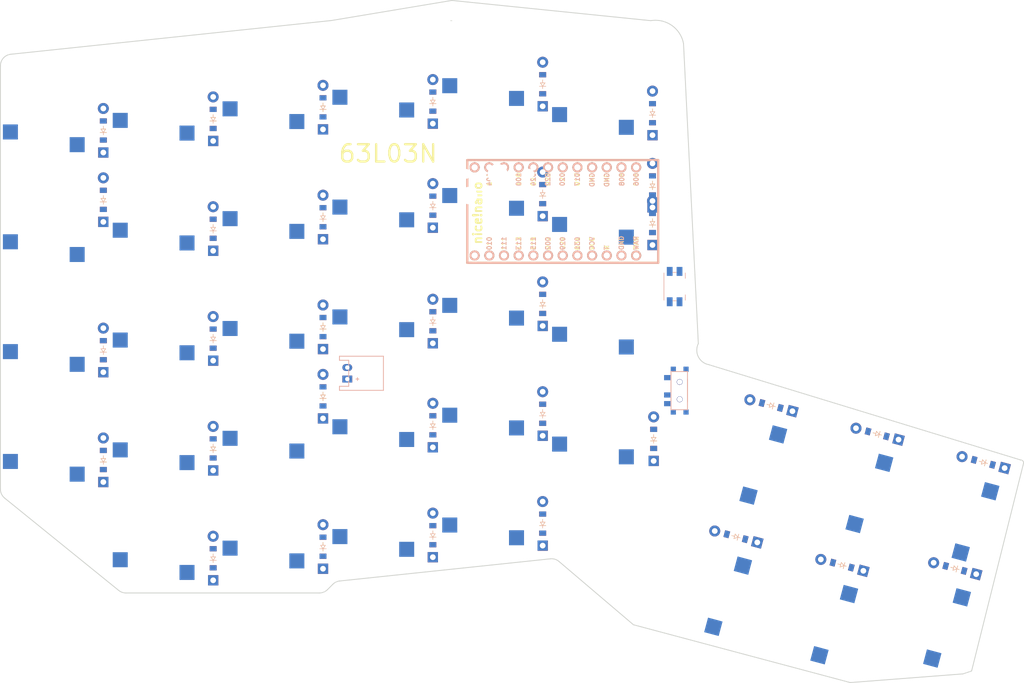
<source format=kicad_pcb>
(kicad_pcb (version 20240108) (generator "pcbnew") (generator_version "8.0")
  (title_block (title "left") (rev "v1.0.0") (company "Unknown"))
  (layers (0 "F.Cu" signal) (31 "B.Cu" signal) (34 "B.Paste" user) (35 "F.Paste" user) (36 "B.SilkS" user "B.Silkscreen") (37 "F.SilkS" user "F.Silkscreen") (38 "B.Mask" user) (39 "F.Mask" user) (44 "Edge.Cuts" user))
  (net 0 "")
  (net 1 "one_home")
  (net 2 "one_top")
  (net 3 "one_num")
  (net 4 "one_mod")
  (net 5 "two_bottom")
  (net 6 "two_home")
  (net 7 "two_top")
  (net 8 "two_num")
  (net 9 "two_mod")
  (net 10 "three_bottom")
  (net 11 "three_home")
  (net 12 "three_top")
  (net 13 "three_num")
  (net 14 "three_mod")
  (net 15 "four_bottom")
  (net 16 "four_home")
  (net 17 "four_top")
  (net 18 "four_num")
  (net 19 "four_mod")
  (net 20 "five_bottom")
  (net 21 "five_home")
  (net 22 "five_top")
  (net 23 "five_num")
  (net 24 "five_mod")
  (net 25 "six_home")
  (net 26 "six_top")
  (net 27 "six_num")
  (net 28 "six_mod")
  (net 29 "layer_bottom")
  (net 30 "layer_home")
  (net 31 "layer_in")
  (net 32 "space_bottom")
  (net 33 "space_home")
  (net 34 "space_in")
  (net 35 "P115")
  (net 36 "P002")
  (net 37 "P031")
  (net 38 "P113")
  (net 39 "P029")
  (net 40 "P009")
  (net 41 "P010")
  (net 42 "RAW")
  (net 43 "GND")
  (net 44 "RST")
  (net 45 "VCC")
  (net 46 "P111")
  (net 47 "P006")
  (net 48 "P008")
  (net 49 "P017")
  (net 50 "P020")
  (net 51 "P022")
  (net 52 "P024")
  (net 53 "P100")
  (net 54 "P011")
  (net 55 "P104")
  (net 56 "P106")
  (net 57 "pos")
  (footprint "E73:SPDT_C128955" (layer "F.Cu") (at 166.8 144.36 -90)
    (property "Reference" "T1" (hide yes))
    (property "Value" "" (hide yes))
    (pad "" smd rect (at -3.7 -1.1 270) (size 0.9 0.9) (layers "B.Cu" "B.Paste" "B.Mask"))
    (pad "" smd rect (at -3.7 1.1 270) (size 0.9 0.9) (layers "B.Cu" "B.Paste" "B.Mask"))
    (pad "" np_thru_hole circle (at -1.5 0) (size 1 1) (drill 0.9) (layers "*.Cu" "*.Mask"))
    (pad "" np_thru_hole circle (at 1.5 0) (size 1 1) (drill 0.9) (layers "*.Cu" "*.Mask"))
    (pad "" smd rect (at 3.7 -1.1 270) (size 0.9 0.9) (layers "B.Cu" "B.Paste" "B.Mask"))
    (pad "" smd rect (at 3.7 1.1 270) (size 0.9 0.9) (layers "B.Cu" "B.Paste" "B.Mask"))
    (pad "1" smd rect (at -2.25 2.075 270) (size 0.9 1.25) (layers "B.Cu" "B.Paste" "B.Mask") (net 57 "pos"))
    (pad "2" smd rect (at 0.75 2.075 270) (size 0.9 1.25) (layers "B.Cu" "B.Paste" "B.Mask") (net 42 "RAW"))
    (pad "3" smd rect (at 2.25 2.075 270) (size 0.9 1.25) (layers "B.Cu" "B.Paste" "B.Mask"))
  )
  (footprint "PG1350" (layer "F.Cu") (at 154.3 92.86 180)
    (property "Reference" "S28" (hide yes))
    (property "Value" "" (hide yes))
    (pad "" np_thru_hole circle (at -5.5 0) (size 1.7018 1.7018) (drill 1.7018) (layers "*.Cu" "*.Mask"))
    (pad "" np_thru_hole circle (at 0 -5.95) (size 3 3) (drill 3) (layers "*.Cu" "*.Mask"))
    (pad "" np_thru_hole circle (at 0 0) (size 3.429 3.429) (drill 3.429) (layers "*.Cu" "*.Mask"))
    (pad "" np_thru_hole circle (at 5 -3.75) (size 3 3) (drill 3) (layers "*.Cu" "*.Mask"))
    (pad "" np_thru_hole circle (at 5.5 0) (size 1.7018 1.7018) (drill 1.7018) (layers "*.Cu" "*.Mask"))
    (pad "1" smd rect (at -3.275 -5.95 180) (size 2.6 2.6) (layers "B.Cu" "B.Paste" "B.Mask"))
    (pad "2" smd rect (at 8.275 -3.75 180) (size 2.6 2.6) (layers "B.Cu" "B.Paste" "B.Mask") (net 28 "six_mod"))
  )
  (footprint "ComboDiode" (layer "F.Cu") (at 124.1 112.36 90)
    (property "Reference" "D15" (hide yes))
    (property "Value" "" (hide yes))
    (pad "1" thru_hole rect (at -3.81 0 90) (size 1.778 1.778) (drill 0.9906) (layers "*.Cu" "*.Mask") (net 39 "P029"))
    (pad "1" smd rect (at -1.65 0 90) (size 0.9 1.2) (layers "F.Cu" "F.Paste" "F.Mask") (net 39 "P029"))
    (pad "1" smd rect (at -1.65 0 90) (size 0.9 1.2) (layers "B.Cu" "B.Paste" "B.Mask") (net 39 "P029"))
    (pad "2" smd rect (at 1.65 0 90) (size 0.9 1.2) (layers "F.Cu" "F.Paste" "F.Mask") (net 18 "four_num"))
    (pad "2" smd rect (at 1.65 0 90) (size 0.9 1.2) (layers "B.Cu" "B.Paste" "B.Mask") (net 18 "four_num"))
    (pad "2" thru_hole circle (at 3.81 0 90) (size 1.905 1.905) (drill 0.9906) (layers "*.Cu" "*.Mask") (net 18 "four_num"))
  )
  (footprint "PG1350" (layer "F.Cu") (at 59.3 95.86 180)
    (property "Reference" "S4" (hide yes))
    (property "Value" "" (hide yes))
    (pad "" np_thru_hole circle (at -5.5 0) (size 1.7018 1.7018) (drill 1.7018) (layers "*.Cu" "*.Mask"))
    (pad "" np_thru_hole circle (at 0 -5.95) (size 3 3) (drill 3) (layers "*.Cu" "*.Mask"))
    (pad "" np_thru_hole circle (at 0 0) (size 3.429 3.429) (drill 3.429) (layers "*.Cu" "*.Mask"))
    (pad "" np_thru_hole circle (at 5 -3.75) (size 3 3) (drill 3) (layers "*.Cu" "*.Mask"))
    (pad "" np_thru_hole circle (at 5.5 0) (size 1.7018 1.7018) (drill 1.7018) (layers "*.Cu" "*.Mask"))
    (pad "1" smd rect (at -3.275 -5.95 180) (size 2.6 2.6) (layers "B.Cu" "B.Paste" "B.Mask"))
    (pad "2" smd rect (at 8.275 -3.75 180) (size 2.6 2.6) (layers "B.Cu" "B.Paste" "B.Mask") (net 4 "one_mod"))
  )
  (footprint "ComboDiode" (layer "F.Cu") (at 86.1 97.36 90)
    (property "Reference" "D8" (hide yes))
    (property "Value" "" (hide yes))
    (pad "1" thru_hole rect (at -3.81 0 90) (size 1.778 1.778) (drill 0.9906) (layers "*.Cu" "*.Mask") (net 37 "P031"))
    (pad "1" smd rect (at -1.65 0 90) (size 0.9 1.2) (layers "F.Cu" "F.Paste" "F.Mask") (net 37 "P031"))
    (pad "1" smd rect (at -1.65 0 90) (size 0.9 1.2) (layers "B.Cu" "B.Paste" "B.Mask") (net 37 "P031"))
    (pad "2" smd rect (at 1.65 0 90) (size 0.9 1.2) (layers "F.Cu" "F.Paste" "F.Mask") (net 9 "two_mod"))
    (pad "2" smd rect (at 1.65 0 90) (size 0.9 1.2) (layers "B.Cu" "B.Paste" "B.Mask") (net 9 "two_mod"))
    (pad "2" thru_hole circle (at 3.81 0 90) (size 1.905 1.905) (drill 0.9906) (layers "*.Cu" "*.Mask") (net 9 "two_mod"))
  )
  (footprint "ComboDiode" (layer "F.Cu") (at 124.1 169.36 90)
    (property "Reference" "D13" (hide yes))
    (property "Value" "" (hide yes))
    (pad "1" thru_hole rect (at -3.81 0 90) (size 1.778 1.778) (drill 0.9906) (layers "*.Cu" "*.Mask") (net 38 "P113"))
    (pad "1" smd rect (at -1.65 0 90) (size 0.9 1.2) (layers "F.Cu" "F.Paste" "F.Mask") (net 38 "P113"))
    (pad "1" smd rect (at -1.65 0 90) (size 0.9 1.2) (layers "B.Cu" "B.Paste" "B.Mask") (net 38 "P113"))
    (pad "2" smd rect (at 1.65 0 90) (size 0.9 1.2) (layers "F.Cu" "F.Paste" "F.Mask") (net 15 "four_bottom"))
    (pad "2" smd rect (at 1.65 0 90) (size 0.9 1.2) (layers "B.Cu" "B.Paste" "B.Mask") (net 15 "four_bottom"))
    (pad "2" thru_hole circle (at 3.81 0 90) (size 1.905 1.905) (drill 0.9906) (layers "*.Cu" "*.Mask") (net 15 "four_bottom"))
  )
  (footprint "PG1350" (layer "F.Cu") (at 189.498401 181.173712 -105)
    (property "Reference" "S30" (hide yes))
    (property "Value" "" (hide yes))
    (pad "" np_thru_hole circle (at -5.5 0) (size 1.7018 1.7018) (drill 1.7018) (layers "*.Cu" "*.Mask"))
    (pad "" np_thru_hole circle (at 0 -5.95) (size 3 3) (drill 3) (layers "*.Cu" "*.Mask"))
    (pad "" np_thru_hole circle (at 0 0) (size 3.429 3.429) (drill 3.429) (layers "*.Cu" "*.Mask"))
    (pad "" np_thru_hole circle (at 5 -3.75) (size 3 3) (drill 3) (layers "*.Cu" "*.Mask"))
    (pad "" np_thru_hole circle (at 5.5 0) (size 1.7018 1.7018) (drill 1.7018) (layers "*.Cu" "*.Mask"))
    (pad "1" smd rect (at -3.275 -5.95 255) (size 2.6 2.6) (layers "B.Cu" "B.Paste" "B.Mask"))
    (pad "2" smd rect (at 8.275 -3.75 255) (size 2.6 2.6) (layers "B.Cu" "B.Paste" "B.Mask") (net 30 "layer_home"))
  )
  (footprint "PG1350" (layer "F.Cu") (at 78.3 93.86 180)
    (property "Reference" "S9" (hide yes))
    (property "Value" "" (hide yes))
    (pad "" np_thru_hole circle (at -5.5 0) (size 1.7018 1.7018) (drill 1.7018) (layers "*.Cu" "*.Mask"))
    (pad "" np_thru_hole circle (at 0 -5.95) (size 3 3) (drill 3) (layers "*.Cu" "*.Mask"))
    (pad "" np_thru_hole circle (at 0 0) (size 3.429 3.429) (drill 3.429) (layers "*.Cu" "*.Mask"))
    (pad "" np_thru_hole circle (at 5 -3.75) (size 3 3) (drill 3) (layers "*.Cu" "*.Mask"))
    (pad "" np_thru_hole circle (at 5.5 0) (size 1.7018 1.7018) (drill 1.7018) (layers "*.Cu" "*.Mask"))
    (pad "1" smd rect (at -3.275 -5.95 180) (size 2.6 2.6) (layers "B.Cu" "B.Paste" "B.Mask"))
    (pad "2" smd rect (at 8.275 -3.75 180) (size 2.6 2.6) (layers "B.Cu" "B.Paste" "B.Mask") (net 9 "two_mod"))
  )
  (footprint "ComboDiode" (layer "F.Cu") (at 124.1 150.36 90)
    (property "Reference" "D14" (hide yes))
    (property "Value" "" (hide yes))
    (pad "1" thru_hole rect (at -3.81 0 90) (size 1.778 1.778) (drill 0.9906) (layers "*.Cu" "*.Mask") (net 35 "P115"))
    (pad "1" smd rect (at -1.65 0 90) (size 0.9 1.2) (layers "F.Cu" "F.Paste" "F.Mask") (net 35 "P115"))
    (pad "1" smd rect (at -1.65 0 90) (size 0.9 1.2) (layers "B.Cu" "B.Paste" "B.Mask") (net 35 "P115"))
    (pad "2" smd rect (at 1.65 0 90) (size 0.9 1.2) (layers "F.Cu" "F.Paste" "F.Mask") (net 16 "four_home"))
    (pad "2" smd rect (at 1.65 0 90) (size 0.9 1.2) (layers "B.Cu" "B.Paste" "B.Mask") (net 16 "four_home"))
    (pad "2" thru_hole circle (at 3.81 0 90) (size 1.905 1.905) (drill 0.9906) (layers "*.Cu" "*.Mask") (net 16 "four_home"))
  )
  (footprint "PG1350" (layer "F.Cu") (at 171.14581 176.25615 -105)
    (property "Reference" "S31" (hide yes))
    (property "Value" "" (hide yes))
    (pad "" np_thru_hole circle (at -5.5 0) (size 1.7018 1.7018) (drill 1.7018) (layers "*.Cu" "*.Mask"))
    (pad "" np_thru_hole circle (at 0 -5.95) (size 3 3) (drill 3) (layers "*.Cu" "*.Mask"))
    (pad "" np_thru_hole circle (at 0 0) (size 3.429 3.429) (drill 3.429) (layers "*.Cu" "*.Mask"))
    (pad "" np_thru_hole circle (at 5 -3.75) (size 3 3) (drill 3) (layers "*.Cu" "*.Mask"))
    (pad "" np_thru_hole circle (at 5.5 0) (size 1.7018 1.7018) (drill 1.7018) (layers "*.Cu" "*.Mask"))
    (pad "1" smd rect (at -3.275 -5.95 255) (size 2.6 2.6) (layers "B.Cu" "B.Paste" "B.Mask"))
    (pad "2" smd rect (at 8.275 -3.75 255) (size 2.6 2.6) (layers "B.Cu" "B.Paste" "B.Mask") (net 31 "layer_in"))
  )
  (footprint "PG1350" (layer "F.Cu") (at 135.3 87.86 180)
    (property "Reference" "S24" (hide yes))
    (property "Value" "" (hide yes))
    (pad "" np_thru_hole circle (at -5.5 0) (size 1.7018 1.7018) (drill 1.7018) (layers "*.Cu" "*.Mask"))
    (pad "" np_thru_hole circle (at 0 -5.95) (size 3 3) (drill 3) (layers "*.Cu" "*.Mask"))
    (pad "" np_thru_hole circle (at 0 0) (size 3.429 3.429) (drill 3.429) (layers "*.Cu" "*.Mask"))
    (pad "" np_thru_hole circle (at 5 -3.75) (size 3 3) (drill 3) (layers "*.Cu" "*.Mask"))
    (pad "" np_thru_hole circle (at 5.5 0) (size 1.7018 1.7018) (drill 1.7018) (layers "*.Cu" "*.Mask"))
    (pad "1" smd rect (at -3.275 -5.95 180) (size 2.6 2.6) (layers "B.Cu" "B.Paste" "B.Mask"))
    (pad "2" smd rect (at 8.275 -3.75 180) (size 2.6 2.6) (layers "B.Cu" "B.Paste" "B.Mask") (net 24 "five_mod"))
  )
  (footprint "Panasonic_EVQPUL_EVQPUC" (layer "F.Cu") (at 165.925 126.36 -90)
    (property "Reference" "B1" (hide yes))
    (property "Value" "Panasonic_EVQPUL_EVQPUC" (hide yes))
    (pad "" np_thru_hole circle (at 0 -1.375 270) (size 0.75 0.75) (drill 0.75) (layers "*.Cu" "*.Mask"))
    (pad "" np_thru_hole circle (at 0 1.375 270) (size 0.75 0.75) (drill 0.75) (layers "*.Cu" "*.Mask"))
    (pad "1" smd rect (at -2.625 -0.85 270) (size 1.55 1) (layers "B.Cu" "B.Paste" "B.Mask") (net 43 "GND"))
    (pad "1" smd rect (at 2.625 -0.85 270) (size 1.55 1) (layers "B.Cu" "B.Paste" "B.Mask") (net 43 "GND"))
    (pad "2" smd rect (at -2.625 0.85 270) (size 1.55 1) (layers "B.Cu" "B.Paste" "B.Mask") (net 44 "RST"))
    (pad "2" smd rect (at 2.625 0.85 270) (size 1.55 1) (layers "B.Cu" "B.Paste" "B.Mask") (net 44 "RST"))
  )
  (footprint "ComboDiode" (layer "F.Cu") (at 67.1 156.36 90)
    (property "Reference" "D1" (hide yes))
    (property "Value" "" (hide yes))
    (pad "1" thru_hole rect (at -3.81 0 90) (size 1.778 1.778) (drill 0.9906) (layers "*.Cu" "*.Mask") (net 35 "P115"))
    (pad "1" smd rect (at -1.65 0 90) (size 0.9 1.2) (layers "F.Cu" "F.Paste" "F.Mask") (net 35 "P115"))
    (pad "1" smd rect (at -1.65 0 90) (size 0.9 1.2) (layers "B.Cu" "B.Paste" "B.Mask") (net 35 "P115"))
    (pad "2" smd rect (at 1.65 0 90) (size 0.9 1.2) (layers "F.Cu" "F.Paste" "F.Mask") (net 1 "one_home"))
    (pad "2" smd rect (at 1.65 0 90) (size 0.9 1.2) (layers "B.Cu" "B.Paste" "B.Mask") (net 1 "one_home"))
    (pad "2" thru_hole circle (at 3.81 0 90) (size 1.905 1.905) (drill 0.9906) (layers "*.Cu" "*.Mask") (net 1 "one_home"))
  )
  (footprint "ComboDiode" (layer "F.Cu") (at 86.1 173.36 90)
    (property "Reference" "D4" (hide yes))
    (property "Value" "" (hide yes))
    (pad "1" thru_hole rect (at -3.81 0 90) (size 1.778 1.778) (drill 0.9906) (layers "*.Cu" "*.Mask") (net 38 "P113"))
    (pad "1" smd rect (at -1.65 0 90) (size 0.9 1.2) (layers "F.Cu" "F.Paste" "F.Mask") (net 38 "P113"))
    (pad "1" smd rect (at -1.65 0 90) (size 0.9 1.2) (layers "B.Cu" "B.Paste" "B.Mask") (net 38 "P113"))
    (pad "2" smd rect (at 1.65 0 90) (size 0.9 1.2) (layers "F.Cu" "F.Paste" "F.Mask") (net 5 "two_bottom"))
    (pad "2" smd rect (at 1.65 0 90) (size 0.9 1.2) (layers "B.Cu" "B.Paste" "B.Mask") (net 5 "two_bottom"))
    (pad "2" thru_hole circle (at 3.81 0 90) (size 1.905 1.905) (drill 0.9906) (layers "*.Cu" "*.Mask") (net 5 "two_bottom"))
  )
  (footprint "PG1350" (layer "F.Cu") (at 135.3 144.86 180)
    (property "Reference" "S21" (hide yes))
    (property "Value" "" (hide yes))
    (pad "" np_thru_hole circle (at -5.5 0) (size 1.7018 1.7018) (drill 1.7018) (layers "*.Cu" "*.Mask"))
    (pad "" np_thru_hole circle (at 0 -5.95) (size 3 3) (drill 3) (layers "*.Cu" "*.Mask"))
    (pad "" np_thru_hole circle (at 0 0) (size 3.429 3.429) (drill 3.429) (layers "*.Cu" "*.Mask"))
    (pad "" np_thru_hole circle (at 5 -3.75) (size 3 3) (drill 3) (layers "*.Cu" "*.Mask"))
    (pad "" np_thru_hole circle (at 5.5 0) (size 1.7018 1.7018) (drill 1.7018) (layers "*.Cu" "*.Mask"))
    (pad "1" smd rect (at -3.275 -5.95 180) (size 2.6 2.6) (layers "B.Cu" "B.Paste" "B.Mask"))
    (pad "2" smd rect (at 8.275 -3.75 180) (size 2.6 2.6) (layers "B.Cu" "B.Paste" "B.Mask") (net 21 "five_home"))
  )
  (footprint "PG1350" (layer "F.Cu") (at 154.3 130.86 180)
    (property "Reference" "S26" (hide yes))
    (property "Value" "" (hide yes))
    (pad "" np_thru_hole circle (at -5.5 0) (size 1.7018 1.7018) (drill 1.7018) (layers "*.Cu" "*.Mask"))
    (pad "" np_thru_hole circle (at 0 -5.95) (size 3 3) (drill 3) (layers "*.Cu" "*.Mask"))
    (pad "" np_thru_hole circle (at 0 0) (size 3.429 3.429) (drill 3.429) (layers "*.Cu" "*.Mask"))
    (pad "" np_thru_hole circle (at 5 -3.75) (size 3 3) (drill 3) (layers "*.Cu" "*.Mask"))
    (pad "" np_thru_hole circle (at 5.5 0) (size 1.7018 1.7018) (drill 1.7018) (layers "*.Cu" "*.Mask"))
    (pad "1" smd rect (at -3.275 -5.95 180) (size 2.6 2.6) (layers "B.Cu" "B.Paste" "B.Mask"))
    (pad "2" smd rect (at 8.275 -3.75 180) (size 2.6 2.6) (layers "B.Cu" "B.Paste" "B.Mask") (net 26 "six_top"))
  )
  (footprint "ComboDiode" (layer "F.Cu") (at 162.1 115.36 90)
    (property "Reference" "D21" (hide yes))
    (property "Value" "" (hide yes))
    (pad "1" thru_hole rect (at -3.81 0 90) (size 1.778 1.778) (drill 0.9906) (layers "*.Cu" "*.Mask") (net 39 "P029"))
    (pad "1" smd rect (at -1.65 0 90) (size 0.9 1.2) (layers "F.Cu" "F.Paste" "F.Mask") (net 39 "P029"))
    (pad "1" smd rect (at -1.65 0 90) (size 0.9 1.2) (layers "B.Cu" "B.Paste" "B.Mask") (net 39 "P029"))
    (pad "2" smd rect (at 1.65 0 90) (size 0.9 1.2) (layers "F.Cu" "F.Paste" "F.Mask") (net 27 "six_num"))
    (pad "2" smd rect (at 1.65 0 90) (size 0.9 1.2) (layers "B.Cu" "B.Paste" "B.Mask") (net 27 "six_num"))
    (pad "2" thru_hole circle (at 3.81 0 90) (size 1.905 1.905) (drill 0.9906) (layers "*.Cu" "*.Mask") (net 27 "six_num"))
  )
  (footprint "PG1350" (layer "F.Cu") (at 78.3 169.86 180)
    (property "Reference" "S5" (hide yes))
    (property "Value" "" (hide yes))
    (pad "" np_thru_hole circle (at -5.5 0) (size 1.7018 1.7018) (drill 1.7018) (layers "*.Cu" "*.Mask"))
    (pad "" np_thru_hole circle (at 0 -5.95) (size 3 3) (drill 3) (layers "*.Cu" "*.Mask"))
    (pad "" np_thru_hole circle (at 0 0) (size 3.429 3.429) (drill 3.429) (layers "*.Cu" "*.Mask"))
    (pad "" np_thru_hole circle (at 5 -3.75) (size 3 3) (drill 3) (layers "*.Cu" "*.Mask"))
    (pad "" np_thru_hole circle (at 5.5 0) (size 1.7018 1.7018) (drill 1.7018) (layers "*.Cu" "*.Mask"))
    (pad "1" smd rect (at -3.275 -5.95 180) (size 2.6 2.6) (layers "B.Cu" "B.Paste" "B.Mask"))
    (pad "2" smd rect (at 8.275 -3.75 180) (size 2.6 2.6) (layers "B.Cu" "B.Paste" "B.Mask") (net 5 "two_bottom"))
  )
  (footprint "PG1350" (layer "F.Cu") (at 97.3 110.86 180)
    (property "Reference" "S13" (hide yes))
    (property "Value" "" (hide yes))
    (pad "" np_thru_hole circle (at -5.5 0) (size 1.7018 1.7018) (drill 1.7018) (layers "*.Cu" "*.Mask"))
    (pad "" np_thru_hole circle (at 0 -5.95) (size 3 3) (drill 3) (layers "*.Cu" "*.Mask"))
    (pad "" np_thru_hole circle (at 0 0) (size 3.429 3.429) (drill 3.429) (layers "*.Cu" "*.Mask"))
    (pad "" np_thru_hole circle (at 5 -3.75) (size 3 3) (drill 3) (layers "*.Cu" "*.Mask"))
    (pad "" np_thru_hole circle (at 5.5 0) (size 1.7018 1.7018) (drill 1.7018) (layers "*.Cu" "*.Mask"))
    (pad "1" smd rect (at -3.275 -5.95 180) (size 2.6 2.6) (layers "B.Cu" "B.Paste" "B.Mask"))
    (pad "2" smd rect (at 8.275 -3.75 180) (size 2.6 2.6) (layers "B.Cu" "B.Paste" "B.Mask") (net 13 "three_num"))
  )
  (footprint "ComboDiode" (layer "F.Cu") (at 86.1 116.36 90)
    (property "Reference" "D7" (hide yes))
    (property "Value" "" (hide yes))
    (pad "1" thru_hole rect (at -3.81 0 90) (size 1.778 1.778) (drill 0.9906) (layers "*.Cu" "*.Mask") (net 39 "P029"))
    (pad "1" smd rect (at -1.65 0 90) (size 0.9 1.2) (layers "F.Cu" "F.Paste" "F.Mask") (net 39 "P029"))
    (pad "1" smd rect (at -1.65 0 90) (size 0.9 1.2) (layers "B.Cu" "B.Paste" "B.Mask") (net 39 "P029"))
    (pad "2" smd rect (at 1.65 0 90) (size 0.9 1.2) (layers "F.Cu" "F.Paste" "F.Mask") (net 8 "two_num"))
    (pad "2" smd rect (at 1.65 0 90) (size 0.9 1.2) (layers "B.Cu" "B.Paste" "B.Mask") (net 8 "two_num"))
    (pad "2" thru_hole circle (at 3.81 0 90) (size 1.905 1.905) (drill 0.9906) (layers "*.Cu" "*.Mask") (net 8 "two_num"))
  )
  (footprint "ComboDiode" (layer "F.Cu") (at 124.1 94.36 90)
    (property "Reference" "D34" (hide yes))
    (property "Value" "" (hide yes))
    (pad "1" thru_hole rect (at -3.81 0 90) (size 1.778 1.778) (drill 0.9906) (layers "*.Cu" "*.Mask") (net 37 "P031"))
    (pad "1" smd rect (at -1.65 0 90) (size 0.9 1.2) (layers "F.Cu" "F.Paste" "F.Mask") (net 37 "P031"))
    (pad "1" smd rect (at -1.65 0 90) (size 0.9 1.2) (layers "B.Cu" "B.Paste" "B.Mask") (net 37 "P031"))
    (pad "2" smd rect (at 1.65 0 90) (size 0.9 1.2) (layers "F.Cu" "F.Paste" "F.Mask") (net 19 "four_mod"))
    (pad "2" smd rect (at 1.65 0 90) (size 0.9 1.2) (layers "B.Cu" "B.Paste" "B.Mask") (net 19 "four_mod"))
    (pad "2" thru_hole circle (at 3.81 0 90) (size 1.905 1.905) (drill 0.9906) (layers "*.Cu" "*.Mask") (net 19 "four_mod"))
  )
  (footprint "PG1350" (layer "F.Cu") (at 135.3 106.86 180)
    (property "Reference" "S23" (hide yes))
    (property "Value" "" (hide yes))
    (pad "" np_thru_hole circle (at -5.5 0) (size 1.7018 1.7018) (drill 1.7018) (layers "*.Cu" "*.Mask"))
    (pad "" np_thru_hole circle (at 0 -5.95) (size 3 3) (drill 3) (layers "*.Cu" "*.Mask"))
    (pad "" np_thru_hole circle (at 0 0) (size 3.429 3.429) (drill 3.429) (layers "*.Cu" "*.Mask"))
    (pad "" np_thru_hole circle (at 5 -3.75) (size 3 3) (drill 3) (layers "*.Cu" "*.Mask"))
    (pad "" np_thru_hole circle (at 5.5 0) (size 1.7018 1.7018) (drill 1.7018) (layers "*.Cu" "*.Mask"))
    (pad "1" smd rect (at -3.275 -5.95 180) (size 2.6 2.6) (layers "B.Cu" "B.Paste" "B.Mask"))
    (pad "2" smd rect (at 8.275 -3.75 180) (size 2.6 2.6) (layers "B.Cu" "B.Paste" "B.Mask") (net 23 "five_num"))
  )
  (footprint "ComboDiode" (layer "F.Cu") (at 194.89793 174.545358 165)
    (property "Reference" "D24" (hide yes))
    (property "Value" "" (hide yes))
    (pad "1" thru_hole rect (at -3.81 -0.000001 165) (size 1.778 1.778) (drill 0.9906) (layers "*.Cu" "*.Mask") (net 41 "P010"))
    (pad "1" smd rect (at -1.65 0.000001 165) (size 0.9 1.2) (layers "F.Cu" "F.Paste" "F.Mask") (net 41 "P010"))
    (pad "1" smd rect (at -1.65 0.000001 165) (size 0.9 1.2) (layers "B.Cu" "B.Paste" "B.Mask") (net 41 "P010"))
    (pad "2" smd rect (at 1.65 -0.000001 165) (size 0.9 1.2) (layers "F.Cu" "F.Paste" "F.Mask") (net 30 "layer_home"))
    (pad "2" smd rect (at 1.65 -0.000001 165) (size 0.9 1.2) (layers "B.Cu" "B.Paste" "B.Mask") (net 30 "layer_home"))
    (pad "2" thru_hole circle (at 3.81 0.000001 165) (size 1.905 1.905) (drill 0.9906) (layers "*.Cu" "*.Mask") (net 30 "layer_home"))
  )
  (footprint "PG1350" (layer "F.Cu") (at 116.3 127.86 180)
    (property "Reference" "S17" (hide yes))
    (property "Value" "" (hide yes))
    (pad "" np_thru_hole circle (at -5.5 0) (size 1.7018 1.7018) (drill 1.7018) (layers "*.Cu" "*.Mask"))
    (pad "" np_thru_hole circle (at 0 -5.95) (size 3 3) (drill 3) (layers "*.Cu" "*.Mask"))
    (pad "" np_thru_hole circle (at 0 0) (size 3.429 3.429) (drill 3.429) (layers "*.Cu" "*.Mask"))
    (pad "" np_thru_hole circle (at 5 -3.75) (size 3 3) (drill 3) (layers "*.Cu" "*.Mask"))
    (pad "" np_thru_hole circle (at 5.5 0) (size 1.7018 1.7018) (drill 1.7018) (layers "*.Cu" "*.Mask"))
    (pad "1" smd rect (at -3.275 -5.95 180) (size 2.6 2.6) (layers "B.Cu" "B.Paste" "B.Mask"))
    (pad "2" smd rect (at 8.275 -3.75 180) (size 2.6 2.6) (layers "B.Cu" "B.Paste" "B.Mask") (net 17 "four_top"))
  )
  (footprint "PG1350" (layer "F.Cu") (at 135.3 163.86 180)
    (property "Reference" "S20" (hide yes))
    (property "Value" "" (hide yes))
    (pad "" np_thru_hole circle (at -5.5 0) (size 1.7018 1.7018) (drill 1.7018) (layers "*.Cu" "*.Mask"))
    (pad "" np_thru_hole circle (at 0 -5.95) (size 3 3) (drill 3) (layers "*.Cu" "*.Mask"))
    (pad "" np_thru_hole circle (at 0 0) (size 3.429 3.429) (drill 3.429) (layers "*.Cu" "*.Mask"))
    (pad "" np_thru_hole circle (at 5 -3.75) (size 3 3) (drill 3) (layers "*.Cu" "*.Mask"))
    (pad "" np_thru_hole circle (at 5.5 0) (size 1.7018 1.7018) (drill 1.7018) (layers "*.Cu" "*.Mask"))
    (pad "1" smd rect (at -3.275 -5.95 180) (size 2.6 2.6) (layers "B.Cu" "B.Paste" "B.Mask"))
    (pad "2" smd rect (at 8.275 -3.75 180) (size 2.6 2.6) (layers "B.Cu" "B.Paste" "B.Mask") (net 20 "five_bottom"))
  )
  (footprint "PG1350" (layer "F.Cu") (at 78.3 131.86 180)
    (property "Reference" "S7" (hide yes))
    (property "Value" "" (hide yes))
    (pad "" np_thru_hole circle (at -5.5 0) (size 1.7018 1.7018) (drill 1.7018) (layers "*.Cu" "*.Mask"))
    (pad "" np_thru_hole circle (at 0 -5.95) (size 3 3) (drill 3) (layers "*.Cu" "*.Mask"))
    (pad "" np_thru_hole circle (at 0 0) (size 3.429 3.429) (drill 3.429) (layers "*.Cu" "*.Mask"))
    (pad "" np_thru_hole circle (at 5 -3.75) (size 3 3) (drill 3) (layers "*.Cu" "*.Mask"))
    (pad "" np_thru_hole circle (at 5.5 0) (size 1.7018 1.7018) (drill 1.7018) (layers "*.Cu" "*.Mask"))
    (pad "1" smd rect (at -3.275 -5.95 180) (size 2.6 2.6) (layers "B.Cu" "B.Paste" "B.Mask"))
    (pad "2" smd rect (at 8.275 -3.75 180) (size 2.6 2.6) (layers "B.Cu" "B.Paste" "B.Mask") (net 7 "two_top"))
  )
  (footprint "ComboDiode" (layer "F.Cu") (at 162.1 96.36 90)
    (property "Reference" "D22" (hide yes))
    (property "Value" "" (hide yes))
    (pad "1" thru_hole rect (at -3.81 0 90) (size 1.778 1.778) (drill 0.9906) (layers "*.Cu" "*.Mask") (net 37 "P031"))
    (pad "1" smd rect (at -1.65 0 90) (size 0.9 1.2) (layers "F.Cu" "F.Paste" "F.Mask") (net 37 "P031"))
    (pad "1" smd rect (at -1.65 0 90) (size 0.9 1.2) (layers "B.Cu" "B.Paste" "B.Mask") (net 37 "P031"))
    (pad "2" smd rect (at 1.65 0 90) (size 0.9 1.2) (layers "F.Cu" "F.Paste" "F.Mask") (net 28 "six_mod"))
    (pad "2" smd rect (at 1.65 0 90) (size 0.9 1.2) (layers "B.Cu" "B.Paste" "B.Mask") (net 28 "six_mod"))
    (pad "2" thru_hole circle (at 3.81 0 90) (size 1.905 1.905) (drill 0.9906) (layers "*.Cu" "*.Mask") (net 28 "six_mod"))
  )
  (footprint "ComboDiode" (layer "F.Cu") (at 143.1 167.36 90)
    (property "Reference" "D16" (hide yes))
    (property "Value" "" (hide yes))
    (pad "1" thru_hole rect (at -3.81 0 90) (size 1.778 1.778) (drill 0.9906) (layers "*.Cu" "*.Mask") (net 38 "P113"))
    (pad "1" smd rect (at -1.65 0 90) (size 0.9 1.2) (layers "F.Cu" "F.Paste" "F.Mask") (net 38 "P113"))
    (pad "1" smd rect (at -1.65 0 90) (size 0.9 1.2) (layers "B.Cu" "B.Paste" "B.Mask") (net 38 "P113"))
    (pad "2" smd rect (at 1.65 0 90) (size 0.9 1.2) (layers "F.Cu" "F.Paste" "F.Mask") (net 20 "five_bottom"))
    (pad "2" smd rect (at 1.65 0 90) (size 0.9 1.2) (layers "B.Cu" "B.Paste" "B.Mask") (net 20 "five_bottom"))
    (pad "2" thru_hole circle (at 3.81 0 90) (size 1.905 1.905) (drill 0.9906) (layers "*.Cu" "*.Mask") (net 20 "five_bottom"))
  )
  (footprint "ComboDiode" (layer "F.Cu") (at 219.332768 156.763663 165)
    (property "Reference" "D26" (hide yes))
    (property "Value" "" (hide yes))
    (pad "1" thru_hole rect (at -3.81 -0.000001 165) (size 1.778 1.778) (drill 0.9906) (layers "*.Cu" "*.Mask") (net 40 "P009"))
    (pad "1" smd rect (at -1.65 0.000001 165) (size 0.9 1.2) (layers "F.Cu" "F.Paste" "F.Mask") (net 40 "P009"))
    (pad "1" smd rect (at -1.65 0.000001 165) (size 0.9 1.2) (layers "B.Cu" "B.Paste" "B.Mask") (net 40 "P009"))
    (pad "2" smd rect (at 1.65 -0.000001 165) (size 0.9 1.2) (layers "F.Cu" "F.Paste" "F.Mask") (net 32 "space_bottom"))
    (pad "2" smd rect (at 1.65 -0.000001 165) (size 0.9 1.2) (layers "B.Cu" "B.Paste" "B.Mask") (net 32 "space_bottom"))
    (pad "2" thru_hole circle (at 3.81 0.000001 165) (size 1.905 1.905) (drill 0.9906) (layers "*.Cu" "*.Mask") (net 32 "space_bottom"))
  )
  (footprint "ComboDiode" (layer "F.Cu") (at 67.1 99.36 90)
    (property "Reference" "D3" (hide yes))
    (property "Value" "" (hide yes))
    (pad "1" thru_hole rect (at -3.81 0 90) (size 1.778 1.778) (drill 0.9906) (layers "*.Cu" "*.Mask") (net 37 "P031"))
    (pad "1" smd rect (at -1.65 0 90) (size 0.9 1.2) (layers "F.Cu" "F.Paste" "F.Mask") (net 37 "P031"))
    (pad "1" smd rect (at -1.65 0 90) (size 0.9 1.2) (layers "B.Cu" "B.Paste" "B.Mask") (net 37 "P031"))
    (pad "2" smd rect (at 1.65 0 90) (size 0.9 1.2) (layers "F.Cu" "F.Paste" "F.Mask") (net 4 "one_mod"))
    (pad "2" smd rect (at 1.65 0 90) (size 0.9 1.2) (layers "B.Cu" "B.Paste" "B.Mask") (net 4 "one_mod"))
    (pad "2" thru_hole circle (at 3.81 0 90) (size 1.905 1.905) (drill 0.9906) (layers "*.Cu" "*.Mask") (net 4 "one_mod"))
  )
  (footprint "ComboDiode" (layer "F.Cu") (at 124.1 132.36 90)
    (property "Reference" "D33" (hide yes))
    (property "Value" "" (hide yes))
    (pad "1" thru_hole rect (at -3.81 0 90) (size 1.778 1.778) (drill 0.9906) (layers "*.Cu" "*.Mask") (net 36 "P002"))
    (pad "1" smd rect (at -1.65 0 90) (size 0.9 1.2) (layers "F.Cu" "F.Paste" "F.Mask") (net 36 "P002"))
    (pad "1" smd rect (at -1.65 0 90) (size 0.9 1.2) (layers "B.Cu" "B.Paste" "B.Mask") (net 36 "P002"))
    (pad "2" smd rect (at 1.65 0 90) (size 0.9 1.2) (layers "F.Cu" "F.Paste" "F.Mask") (net 17 "four_top"))
    (pad "2" smd rect (at 1.65 0 90) (size 0.9 1.2) (layers "B.Cu" "B.Paste" "B.Mask") (net 17 "four_top"))
    (pad "2" thru_hole circle (at 3.81 0 90) (size 1.905 1.905) (drill 0.9906) (layers "*.Cu" "*.Mask") (net 17 "four_top"))
  )
  (footprint "PG1350" (layer "F.Cu") (at 116.3 165.86 180)
    (property "Reference" "S15" (hide yes))
    (property "Value" "" (hide yes))
    (pad "" np_thru_hole circle (at -5.5 0) (size 1.7018 1.7018) (drill 1.7018) (layers "*.Cu" "*.Mask"))
    (pad "" np_thru_hole circle (at 0 -5.95) (size 3 3) (drill 3) (layers "*.Cu" "*.Mask"))
    (pad "" np_thru_hole circle (at 0 0) (size 3.429 3.429) (drill 3.429) (layers "*.Cu" "*.Mask"))
    (pad "" np_thru_hole circle (at 5 -3.75) (size 3 3) (drill 3) (layers "*.Cu" "*.Mask"))
    (pad "" np_thru_hole circle (at 5.5 0) (size 1.7018 1.7018) (drill 1.7018) (layers "*.Cu" "*.Mask"))
    (pad "1" smd rect (at -3.275 -5.95 180) (size 2.6 2.6) (layers "B.Cu" "B.Paste" "B.Mask"))
    (pad "2" smd rect (at 8.275 -3.75 180) (size 2.6 2.6) (layers "B.Cu" "B.Paste" "B.Mask") (net 15 "four_bottom"))
  )
  (footprint "ComboDiode" (layer "F.Cu") (at 143.1 129.36 90)
    (property "Reference" "D18" (hide yes))
    (property "Value" "" (hide yes))
    (pad "1" thru_hole rect (at -3.81 0 90) (size 1.778 1.778) (drill 0.9906) (layers "*.Cu" "*.Mask") (net 36 "P002"))
    (pad "1" smd rect (at -1.65 0 90) (size 0.9 1.2) (layers "F.Cu" "F.Paste" "F.Mask") (net 36 "P002"))
    (pad "1" smd rect (at -1.65 0 90) (size 0.9 1.2) (layers "B.Cu" "B.Paste" "B.Mask") (net 36 "P002"))
    (pad "2" smd rect (at 1.65 0 90) (size 0.9 1.2) (layers "F.Cu" "F.Paste" "F.Mask") (net 22 "five_top"))
    (pad "2" smd rect (at 1.65 0 90) (size 0.9 1.2) (layers "B.Cu" "B.Paste" "B.Mask") (net 22 "five_top"))
    (pad "2" thru_hole circle (at 3.81 0 90) (size 1.905 1.905) (drill 0.9906) (layers "*.Cu" "*.Mask") (net 22 "five_top"))
  )
  (footprint "ComboDiode" (layer "F.Cu") (at 86.1 154.36 90)
    (property "Reference" "D5" (hide yes))
    (property "Value" "" (hide yes))
    (pad "1" thru_hole rect (at -3.81 0 90) (size 1.778 1.778) (drill 0.9906) (layers "*.Cu" "*.Mask") (net 35 "P115"))
    (pad "1" smd rect (at -1.65 0 90) (size 0.9 1.2) (layers "F.Cu" "F.Paste" "F.Mask") (net 35 "P115"))
    (pad "1" smd rect (at -1.65 0 90) (size 0.9 1.2) (layers "B.Cu" "B.Paste" "B.Mask") (net 35 "P115"))
    (pad "2" smd rect (at 1.65 0 90) (size 0.9 1.2) (layers "F.Cu" "F.Paste" "F.Mask") (net 6 "two_home"))
    (pad "2" smd rect (at 1.65 0 90) (size 0.9 1.2) (layers "B.Cu" "B.Paste" "B.Mask") (net 6 "two_home"))
    (pad "2" thru_hole circle (at 3.81 0 90) (size 1.905 1.905) (drill 0.9906) (layers "*.Cu" "*.Mask") (net 6 "two_home"))
  )
  (footprint "ComboDiode" (layer "F.Cu") (at 67.1 137.36 90)
    (property "Reference" "D2" (hide yes))
    (property "Value" "" (hide yes))
    (pad "1" thru_hole rect (at -3.81 0 90) (size 1.778 1.778) (drill 0.9906) (layers "*.Cu" "*.Mask") (net 36 "P002"))
    (pad "1" smd rect (at -1.65 0 90) (size 0.9 1.2) (layers "F.Cu" "F.Paste" "F.Mask") (net 36 "P002"))
    (pad "1" smd rect (at -1.65 0 90) (size 0.9 1.2) (layers "B.Cu" "B.Paste" "B.Mask") (net 36 "P002"))
    (pad "2" smd rect (at 1.65 0 90) (size 0.9 1.2) (layers "F.Cu" "F.Paste" "F.Mask") (net 2 "one_top"))
    (pad "2" smd rect (at 1.65 0 90) (size 0.9 1.2) (layers "B.Cu" "B.Paste" "B.Mask") (net 2 "one_top"))
    (pad "2" thru_hole circle (at 3.81 0 90) (size 1.905 1.905) (drill 0.9906) (layers "*.Cu" "*.Mask") (net 2 "one_top"))
  )
  (footprint "JST_PH_S2B-PH-K_02x2.00mm_Angled" (layer "F.Cu") (at 109.3 141.36 90)
    (property "Reference" "JST1" (hide yes))
    (property "Value" "" (hide yes))
    (pad "1" thru_hole rect (at -1 0 90) (size 1.2 1.7) (drill 0.75) (layers "*.Cu" "*.Mask") (net 57 "pos"))
    (pad "2" thru_hole oval (at 1 0 90) (size 1.2 1.7) (drill 0.75) (layers "*.Cu" "*.Mask") (net 43 "GND"))
  )
  (footprint "ComboDiode" (layer "F.Cu") (at 143.1 110.36 90)
    (property "Reference" "D19" (hide yes))
    (property "Value" "" (hide yes))
    (pad "1" thru_hole rect (at -3.81 0 90) (size 1.778 1.778) (drill 0.9906) (layers "*.Cu" "*.Mask") (net 39 "P029"))
    (pad "1" smd rect (at -1.65 0 90) (size 0.9 1.2) (layers "F.Cu" "F.Paste" "F.Mask") (net 39 "P029"))
    (pad "1" smd rect (at -1.65 0 90) (size 0.9 1.2) (layers "B.Cu" "B.Paste" "B.Mask") (net 39 "P029"))
    (pad "2" smd rect (at 1.65 0 90) (size 0.9 1.2) (layers "F.Cu" "F.Paste" "F.Mask") (net 23 "five_num"))
    (pad "2" smd rect (at 1.65 0 90) (size 0.9 1.2) (layers "B.Cu" "B.Paste" "B.Mask") (net 23 "five_num"))
    (pad "2" thru_hole circle (at 3.81 0 90) (size 1.905 1.905) (drill 0.9906) (layers "*.Cu" "*.Mask") (net 23 "five_num"))
  )
  (footprint "PG1350" (layer "F.Cu") (at 154.3 111.86 180)
    (property "Reference" "S27" (hide yes))
    (property "Value" "" (hide yes))
    (pad "" np_thru_hole circle (at -5.5 0) (size 1.7018 1.7018) (drill 1.7018) (layers "*.Cu" "*.Mask"))
    (pad "" np_thru_hole circle (at 0 -5.95) (size 3 3) (drill 3) (layers "*.Cu" "*.Mask"))
    (pad "" np_thru_hole circle (at 0 0) (size 3.429 3.429) (drill 3.429) (layers "*.Cu" "*.Mask"))
    (pad "" np_thru_hole circle (at 5 -3.75) (size 3 3) (drill 3) (layers "*.Cu" "*.Mask"))
    (pad "" np_thru_hole circle (at 5.5 0) (size 1.7018 1.7018) (drill 1.7018) (layers "*.Cu" "*.Mask"))
    (pad "1" smd rect (at -3.275 -5.95 180) (size 2.6 2.6) (layers "B.Cu" "B.Paste" "B.Mask"))
    (pad "2" smd rect (at 8.275 -3.75 180) (size 2.6 2.6) (layers "B.Cu" "B.Paste" "B.Mask") (net 27 "six_num"))
  )
  (footprint "ComboDiode" (layer "F.Cu") (at 162.3 152.71 90)
    (property "Reference" "D30" (hide yes))
    (property "Value" "" (hide yes))
    (pad "1" thru_hole rect (at -3.81 0 90) (size 1.778 1.778) (drill 0.9906) (layers "*.Cu" "*.Mask") (net 35 "P115"))
    (pad "1" smd rect (at -1.65 0 90) (size 0.9 1.2) (layers "F.Cu" "F.Paste" "F.Mask") (net 35 "P115"))
    (pad "1" smd rect (at -1.65 0 90) (size 0.9 1.2) (layers "B.Cu" "B.Paste" "B.Mask") (net 35 "P115"))
    (pad "2" smd rect (at 1.65 0 90) (size 0.9 1.2) (layers "F.Cu" "F.Paste" "F.Mask") (net 25 "six_home"))
    (pad "2" smd rect (at 1.65 0 90) (size 0.9 1.2) (layers "B.Cu" "B.Paste" "B.Mask") (net 25 "six_home"))
    (pad "2" thru_hole circle (at 3.81 0 90) (size 1.905 1.905) (drill 0.9906) (layers "*.Cu" "*.Mask") (net 25 "six_home"))
  )
  (footprint "ComboDiode" (layer "F.Cu") (at 105.1 171.36 90)
    (property "Reference" "D9" (hide yes))
    (property "Value" "" (hide yes))
    (pad "1" thru_hole rect (at -3.81 0 90) (size 1.778 1.778) (drill 0.9906) (layers "*.Cu" "*.Mask") (net 38 "P113"))
    (pad "1" smd rect (at -1.65 0 90) (size 0.9 1.2) (layers "F.Cu" "F.Paste" "F.Mask") (net 38 "P113"))
    (pad "1" smd rect (at -1.65 0 90) (size 0.9 1.2) (layers "B.Cu" "B.Paste" "B.Mask") (net 38 "P113"))
    (pad "2" smd rect (at 1.65 0 90) (size 0.9 1.2) (layers "F.Cu" "F.Paste" "F.Mask") (net 10 "three_bottom"))
    (pad "2" smd rect (at 1.65 0 90) (size 0.9 1.2) (layers "B.Cu" "B.Paste" "B.Mask") (net 10 "three_bottom"))
    (pad "2" thru_hole circle (at 3.81 0 90) (size 1.905 1.905) (drill 0.9906) (layers "*.Cu" "*.Mask") (net 10 "three_bottom"))
  )
  (footprint "ComboDiode" (layer "F.Cu") (at 214.415206 175.116253 165)
    (property "Reference" "D23" (hide yes))
    (property "Value" "" (hide yes))
    (pad "1" thru_hole rect (at -3.81 -0.000001 165) (size 1.778 1.778) (drill 0.9906) (layers "*.Cu" "*.Mask") (net 40 "P009"))
    (pad "1" smd rect (at -1.65 0.000001 165) (size 0.9 1.2) (layers "F.Cu" "F.Paste" "F.Mask") (net 40 "P009"))
    (pad "1" smd rect (at -1.65 0.000001 165) (size 0.9 1.2) (layers "B.Cu" "B.Paste" "B.Mask") (net 40 "P009"))
    (pad "2" smd rect (at 1.65 -0.000001 165) (size 0.9 1.2) (layers "F.Cu" "F.Paste" "F.Mask") (net 29 "layer_bottom"))
    (pad "2" smd rect (at 1.65 -0.000001 165) (size 0.9 1.2) (layers "B.Cu" "B.Paste" "B.Mask") (net 29 "layer_bottom"))
    (pad "2" thru_hole circle (at 3.81 0.000001 165) (size 1.905 1.905) (drill 0.9906) (layers "*.Cu" "*.Mask") (net 29 "layer_bottom"))
  )
  (footprint "ComboDiode" (layer "F.Cu") (at 143.1 148.36 90)
    (property "Reference" "D17" (hide yes))
    (property "Value" "" (hide yes))
    (pad "1" thru_hole rect (at -3.81 0 90) (size 1.778 1.778) (drill 0.9906) (layers "*.Cu" "*.Mask") (net 35 "P115"))
    (pad "1" smd rect (at -1.65 0 90) (size 0.9 1.2) (layers "F.Cu" "F.Paste" "F.Mask") (net 35 "P115"))
    (pad "1" smd rect (at -1.65 0 90) (size 0.9 1.2) (layers "B.Cu" "B.Paste" "B.Mask") (net 35 "P115"))
    (pad "2" smd rect (at 1.65 0 90) (size 0.9 1.2) (layers "F.Cu" "F.Paste" "F.Mask") (net 21 "five_home"))
    (pad "2" smd rect (at 1.65 0 90) (size 0.9 1.2) (layers "B.Cu" "B.Paste" "B.Mask") (net 21 "five_home"))
    (pad "2" thru_hole circle (at 3.81 0 90) (size 1.905 1.905) (drill 0.9906) (layers "*.Cu" "*.Mask") (net 21 "five_home"))
  )
  (footprint "PG1350" (layer "F.Cu") (at 154.3 149.86 180)
    (property "Reference" "S25" (hide yes))
    (property "Value" "" (hide yes))
    (pad "" np_thru_hole circle (at -5.5 0) (size 1.7018 1.7018) (drill 1.7018) (layers "*.Cu" "*.Mask"))
    (pad "" np_thru_hole circle (at 0 -5.95) (size 3 3) (drill 3) (layers "*.Cu" "*.Mask"))
    (pad "" np_thru_hole circle (at 0 0) (size 3.429 3.429) (drill 3.429) (layers "*.Cu" "*.Mask"))
    (pad "" np_thru_hole circle (at 5 -3.75) (size 3 3) (drill 3) (layers "*.Cu" "*.Mask"))
    (pad "" np_thru_hole circle (at 5.5 0) (size 1.7018 1.7018) (drill 1.7018) (layers "*.Cu" "*.Mask"))
    (pad "1" smd rect (at -3.275 -5.95 180) (size 2.6 2.6) (layers "B.Cu" "B.Paste" "B.Mask"))
    (pad "2" smd rect (at 8.275 -3.75 180) (size 2.6 2.6) (layers "B.Cu" "B.Paste" "B.Mask") (net 25 "six_home"))
  )
  (footprint "ComboDiode" (layer "F.Cu") (at 105.1 114.36 90)
    (property "Reference" "D11" (hide yes))
    (property "Value" "" (hide yes))
    (pad "1" thru_hole rect (at -3.81 0 90) (size 1.778 1.778) (drill 0.9906) (layers "*.Cu" "*.Mask") (net 39 "P029"))
    (pad "1" smd rect (at -1.65 0 90) (size 0.9 1.2) (layers "F.Cu" "F.Paste" "F.Mask") (net 39 "P029"))
    (pad "1" smd rect (at -1.65 0 90) (size 0.9 1.2) (layers "B.Cu" "B.Paste" "B.Mask") (net 39 "P029"))
    (pad "2" smd rect (at 1.65 0 90) (size 0.9 1.2) (layers "F.Cu" "F.Paste" "F.Mask") (net 13 "three_num"))
    (pad "2" smd rect (at 1.65 0 90) (size 0.9 1.2) (layers "B.Cu" "B.Paste" "B.Mask") (net 13 "three_num"))
    (pad "2" thru_hole circle (at 3.81 0 90) (size 1.905 1.905) (drill 0.9906) (layers "*.Cu" "*.Mask") (net 13 "three_num"))
  )
  (footprint "PG1350" (layer "F.Cu") (at 97.3 91.86 180)
    (property "Reference" "S14" (hide yes))
    (property "Value" "" (hide yes))
    (pad "" np_thru_hole circle (at -5.5 0) (size 1.7018 1.7018) (drill 1.7018) (layers "*.Cu" "*.Mask"))
    (pad "" np_thru_hole circle (at 0 -5.95) (size 3 3) (drill 3) (layers "*.Cu" "*.Mask"))
    (pad "" np_thru_hole circle (at 0 0) (size 3.429 3.429) (drill 3.429) (layers "*.Cu" "*.Mask"))
    (pad "" np_thru_hole circle (at 5 -3.75) (size 3 3) (drill 3) (layers "*.Cu" "*.Mask"))
    (pad "" np_thru_hole circle (at 5.5 0) (size 1.7018 1.7018) (drill 1.7018) (layers "*.Cu" "*.Mask"))
    (pad "1" smd rect (at -3.275 -5.95 180) (size 2.6 2.6) (layers "B.Cu" "B.Paste" "B.Mask"))
    (pad "2" smd rect (at 8.275 -3.75 180) (size 2.6 2.6) (layers "B.Cu" "B.Paste" "B.Mask") (net 14 "three_mod"))
  )
  (footprint "ComboDiode" (layer "F.Cu") (at 86.1 135.36 90)
    (property "Reference" "D6" (hide yes))
    (property "Value" "" (hide yes))
    (pad "1" thru_hole rect (at -3.81 0 90) (size 1.778 1.778) (drill 0.9906) (layers "*.Cu" "*.Mask") (net 36 "P002"))
    (pad "1" smd rect (at -1.65 0 90) (size 0.9 1.2) (layers "F.Cu" "F.Paste" "F.Mask") (net 36 "P002"))
    (pad "1" smd rect (at -1.65 0 90) (size 0.9 1.2) (layers "B.Cu" "B.Paste" "B.Mask") (net 36 "P002"))
    (pad "2" smd rect (at 1.65 0 90) (size 0.9 1.2) (layers "F.Cu" "F.Paste" "F.Mask") (net 7 "two_top"))
    (pad "2" smd rect (at 1.65 0 90) (size 0.9 1.2) (layers "B.Cu" "B.Paste" "B.Mask") (net 7 "two_top"))
    (pad "2" thru_hole circle (at 3.81 0 90) (size 1.905 1.905) (drill 0.9906) (layers "*.Cu" "*.Mask") (net 7 "two_top"))
  )
  (footprint "PG1350" (layer "F.Cu") (at 97.3 148.86 180)
    (property "Reference" "S11" (hide yes))
    (property "Value" "" (hide yes))
    (pad "" np_thru_hole circle (at -5.5 0) (size 1.7018 1.7018) (drill 1.7018) (layers "*.Cu" "*.Mask"))
    (pad "" np_thru_hole circle (at 0 -5.95) (size 3 3) (drill 3) (layers "*.Cu" "*.Mask"))
    (pad "" np_thru_hole circle (at 0 0) (size 3.429 3.429) (drill 3.429) (layers "*.Cu" "*.Mask"))
    (pad "" np_thru_hole circle (at 5 -3.75) (size 3 3) (drill 3) (layers "*.Cu" "*.Mask"))
    (pad "" np_thru_hole circle (at 5.5 0) (size 1.7018 1.7018) (drill 1.7018) (layers "*.Cu" "*.Mask"))
    (pad "1" smd rect (at -3.275 -5.95 180) (size 2.6 2.6) (layers "B.Cu" "B.Paste" "B.Mask"))
    (pad "2" smd rect (at 8.275 -3.75 180) (size 2.6 2.6) (layers "B.Cu" "B.Paste" "B.Mask") (net 11 "three_home"))
  )
  (footprint "PG1350" (layer "F.Cu") (at 135.3 125.86 180)
    (property "Reference" "S22" (hide yes))
    (property "Value" "" (hide yes))
    (pad "" np_thru_hole circle (at -5.5 0) (size 1.7018 1.7018) (drill 1.7018) (layers "*.Cu" "*.Mask"))
    (pad "" np_thru_hole circle (at 0 -5.95) (size 3 3) (drill 3) (layers "*.Cu" "*.Mask"))
    (pad "" np_thru_hole circle (at 0 0) (size 3.429 3.429) (drill 3.429) (layers "*.Cu" "*.Mask"))
    (pad "" np_thru_hole circle (at 5 -3.75) (size 3 3) (drill 3) (layers "*.Cu" "*.Mask"))
    (pad "" np_thru_hole circle (at 5.5 0) (size 1.7018 1.7018) (drill 1.7018) (layers "*.Cu" "*.Mask"))
    (pad "1" smd rect (at -3.275 -5.95 180) (size 2.6 2.6) (layers "B.Cu" "B.Paste" "B.Mask"))
    (pad "2" smd rect (at 8.275 -3.75 180) (size 2.6 2.6) (layers "B.Cu" "B.Paste" "B.Mask") (net 22 "five_top"))
  )
  (footprint "ComboDiode" (layer "F.Cu") (at 67.1 111.36 90)
    (property "Reference" "D31" (hide yes))
    (property "Value" "" (hide yes))
    (pad "1" thru_hole rect (at -3.81 0 90) (size 1.778 1.778) (drill 0.9906) (layers "*.Cu" "*.Mask") (net 39 "P029"))
    (pad "1" smd rect (at -1.65 0 90) (size 0.9 1.2) (layers "F.Cu" "F.Paste" "F.Mask") (net 39 "P029"))
    (pad "1" smd rect (at -1.65 0 90) (size 0.9 1.2) (layers "B.Cu" "B.Paste" "B.Mask") (net 39 "P029"))
    (pad "2" smd rect (at 1.65 0 90) (size 0.9 1.2) (layers "F.Cu" "F.Paste" "F.Mask") (net 3 "one_num"))
    (pad "2" smd rect (at 1.65 0 90) (size 0.9 1.2) (layers "B.Cu" "B.Paste" "B.Mask") (net 3 "one_num"))
    (pad "2" thru_hole circle (at 3.81 0 90) (size 1.905 1.905) (drill 0.9906) (layers "*.Cu" "*.Mask") (net 3 "one_num"))
  )
  (footprint "PG1350" (layer "F.Cu") (at 209.015677 181.744608 -105)
    (property "Reference" "S29" (hide yes))
    (property "Value" "" (hide yes))
    (pad "" np_thru_hole circle (at -5.5 0) (size 1.7018 1.7018) (drill 1.7018) (layers "*.Cu" "*.Mask"))
    (pad "" np_thru_hole circle (at 0 -5.95) (size 3 3) (drill 3) (layers "*.Cu" "*.Mask"))
    (pad "" np_thru_hole circle (at 0 0) (size 3.429 3.429) (drill 3.429) (layers "*.Cu" "*.Mask"))
    (pad "" np_thru_hole circle (at 5 -3.75) (size 3 3) (drill 3) (layers "*.Cu" "*.Mask"))
    (pad "" np_thru_hole circle (at 5.5 0) (size 1.7018 1.7018) (drill 1.7018) (layers "*.Cu" "*.Mask"))
    (pad "1" smd rect (at -3.275 -5.95 255) (size 2.6 2.6) (layers "B.Cu" "B.Paste" "B.Mask"))
    (pad "2" smd rect (at 8.275 -3.75 255) (size 2.6 2.6) (layers "B.Cu" "B.Paste" "B.Mask") (net 29 "layer_bottom"))
  )
  (footprint "PG1350" (layer "F.Cu") (at 116.3 89.86 180)
    (property "Reference" "S19" (hide yes))
    (property "Value" "" (hide yes))
    (pad "" np_thru_hole circle (at -5.5 0) (size 1.7018 1.7018) (drill 1.7018) (layers "*.Cu" "*.Mask"))
    (pad "" np_thru_hole circle (at 0 -5.95) (size 3 3) (drill 3) (layers "*.Cu" "*.Mask"))
    (pad "" np_thru_hole circle (at 0 0) (size 3.429 3.429) (drill 3.429) (layers "*.Cu" "*.Mask"))
    (pad "" np_thru_hole circle (at 5 -3.75) (size 3 3) (drill 3) (layers "*.Cu" "*.Mask"))
    (pad "" np_thru_hole circle (at 5.5 0) (size 1.7018 1.7018) (drill 1.7018) (layers "*.Cu" "*.Mask"))
    (pad "1" smd rect (at -3.275 -5.95 180) (size 2.6 2.6) (layers "B.Cu" "B.Paste" "B.Mask"))
    (pad "2" smd rect (at 8.275 -3.75 180) (size 2.6 2.6) (layers "B.Cu" "B.Paste" "B.Mask") (net 19 "four_mod"))
  )
  (footprint "PG1350" (layer "F.Cu") (at 59.3 133.86 180)
    (property "Reference" "S2" (hide yes))
    (property "Value" "" (hide yes))
    (pad "" np_thru_hole circle (at -5.5 0) (size 1.7018 1.7018) (drill 1.7018) (layers "*.Cu" "*.Mask"))
    (pad "" np_thru_hole circle (at 0 -5.95) (size 3 3) (drill 3) (layers "*.Cu" "*.Mask"))
    (pad "" np_thru_hole circle (at 0 0) (size 3.429 3.429) (drill 3.429) (layers "*.Cu" "*.Mask"))
    (pad "" np_thru_hole circle (at 5 -3.75) (size 3 3) (drill 3) (layers "*.Cu" "*.Mask"))
    (pad "" np_thru_hole circle (at 5.5 0) (size 1.7018 1.7018) (drill 1.7018) (layers "*.Cu" "*.Mask"))
    (pad "1" smd rect (at -3.275 -5.95 180) (size 2.6 2.6) (layers "B.Cu" "B.Paste" "B.Mask"))
    (pad "2" smd rect (at 8.275 -3.75 180) (size 2.6 2.6) (layers "B.Cu" "B.Paste" "B.Mask") (net 2 "one_top"))
  )
  (footprint "ComboDiode" (layer "F.Cu") (at 176.545339 169.627796 165)
    (property "Reference" "D25" (hide yes))
    (property "Value" "" (hide yes))
    (pad "1" thru_hole rect (at -3.81 -0.000001 165) (size 1.778 1.778) (drill 0.9906) (layers "*.Cu" "*.Mask") (net 35 "P115"))
    (pad "1" smd rect (at -1.65 0.000001 165) (size 0.9 1.2) (layers "F.Cu" "F.Paste" "F.Mask") (net 35 "P115"))
    (pad "1" smd rect (at -1.65 0.000001 165) (size 0.9 1.2) (layers "B.Cu" "B.Paste" "B.Mask") (net 35 "P115"))
    (pad "2" smd rect (at 1.65 -0.000001 165) (size 0.9 1.2) (layers "F.Cu" "F.Paste" "F.Mask") (net 31 "layer_in"))
    (pad "2" smd rect (at 1.65 -0.000001 165) (size 0.9 1.2) (layers "B.Cu" "B.Paste" "B.Mask") (net 31 "layer_in"))
    (pad "2" thru_hole circle (at 3.81 0.000001 165) (size 1.905 1.905) (drill 0.9906) (layers "*.Cu" "*.Mask") (net 31 "layer_in"))
  )
  (footprint "ComboDiode" (layer "F.Cu") (at 105.1 133.36 90)
    (property "Reference" "D10" (hide yes))
    (property "Value" "" (hide yes))
    (pad "1" thru_hole rect (at -3.81 0 90) (size 1.778 1.778) (drill 0.9906) (layers "*.Cu" "*.Mask") (net 36 "P002"))
    (pad "1" smd rect (at -1.65 0 90) (size 0.9 1.2) (layers "F.Cu" "F.Paste" "F.Mask") (net 36 "P002"))
    (pad "1" smd rect (at -1.65 0 90) (size 0.9 1.2) (layers "B.Cu" "B.Paste" "B.Mask") (net 36 "P002"))
    (pad "2" smd rect (at 1.65 0 90) (size 0.9 1.2) (layers "F.Cu" "F.Paste" "F.Mask") (net 12 "three_top"))
    (pad "2" smd rect (at 1.65 0 90) (size 0.9 1.2) (layers "B.Cu" "B.Paste" "B.Mask") (net 12 "three_top"))
    (pad "2" thru_hole circle (at 3.81 0 90) (size 1.905 1.905) (drill 0.9906) (layers "*.Cu" "*.Mask") (net 12 "three_top"))
  )
  (footprint "ComboDiode" (layer "F.Cu") (at 162.1 108.86 90)
    (property "Reference" "D29" (hide yes))
    (property "Value" "" (hide yes))
    (pad "1" thru_hole rect (at -3.81 0 90) (size 1.778 1.778) (drill 0.9906) (layers "*.Cu" "*.Mask") (net 37 "P031"))
    (pad "1" smd rect (at -1.65 0 90) (size 0.9 1.2) (layers "F.Cu" "F.Paste" "F.Mask") (net 37 "P031"))
    (pad "1" smd rect (at -1.65 0 90) (size 0.9 1.2) (layers "B.Cu" "B.Paste" "B.Mask") (net 37 "P031"))
    (pad "2" smd rect (at 1.65 0 90) (size 0.9 1.2) (layers "F.Cu" "F.Paste" "F.Mask") (net 28 "six_mod"))
    (pad "2" smd rect (at 1.65 0 90) (size 0.9 1.2) (layers "B.Cu" "B.Paste" "B.Mask") (net 28 "six_mod"))
    (pad "2" thru_hole circle (at 3.81 0 90) (size 1.905 1.905) (drill 0.9906) (layers "*.Cu" "*.Mask") (net 28 "six_mod"))
  )
  (footprint "ComboDiode" (layer "F.Cu") (at 143.1 91.36 90)
    (property "Reference" "D20" (hide yes))
    (property "Value" "" (hide yes))
    (pad "1" thru_hole rect (at -3.81 0 90) (size 1.778 1.778) (drill 0.9906) (layers "*.Cu" "*.Mask") (net 37 "P031"))
    (pad "1" smd rect (at -1.65 0 90) (size 0.9 1.2) (layers "F.Cu" "F.Paste" "F.Mask") (net 37 "P031"))
    (pad "1" smd rect (at -1.65 0 90) (size 0.9 1.2) (layers "B.Cu" "B.Paste" "B.Mask") (net 37 "P031"))
    (pad "2" smd rect (at 1.65 0 90) (size 0.9 1.2) (layers "F.Cu" "F.Paste" "F.Mask") (net 24 "five_mod"))
    (pad "2" smd rect (at 1.65 0 90) (size 0.9 1.2) (layers "B.Cu" "B.Paste" "B.Mask") (net 24 "five_mod"))
    (pad "2" thru_hole circle (at 3.81 0 90) (size 1.905 1.905) (drill 0.9906) (layers "*.Cu" "*.Mask") (net 24 "five_mod"))
  )
  (footprint "PG1350" (layer "F.Cu") (at 177.228058 153.556894 -105)
    (property "Reference" "S34" (hide yes))
    (property "Value" "" (hide yes))
    (pad "" np_thru_hole circle (at -5.5 0) (size 1.7018 1.7018) (drill 1.7018) (layers "*.Cu" "*.Mask"))
    (pad "" np_thru_hole circle (at 0 -5.95) (size 3 3) (drill 3) (layers "*.Cu" "*.Mask"))
    (pad "" np_thru_hole circle (at 0 0) (size 3.429 3.429) (drill 3.429) (layers "*.Cu" "*.Mask"))
    (pad "" np_thru_hole circle (at 5 -3.75) (size 3 3) (drill 3) (layers "*.Cu" "*.Mask"))
    (pad "" np_thru_hole circle (at 5.5 0) (size 1.7018 1.7018) (drill 1.7018) (layers "*.Cu" "*.Mask"))
    (pad "1" smd rect (at -3.275 -5.95 255) (size 2.6 2.6) (layers "B.Cu" "B.Paste" "B.Mask"))
    (pad "2" smd rect (at 8.275 -3.75 255) (size 2.6 2.6) (layers "B.Cu" "B.Paste" "B.Mask") (net 34 "space_in"))
  )
  (footprint "ComboDiode" (layer "F.Cu") (at 200.980177 151.846101 165)
    (property "Reference" "D27" (hide yes))
    (property "Value" "" (hide yes))
    (pad "1" thru_hole rect (at -3.81 -0.000001 165) (size 1.778 1.778) (drill 0.9906) (layers "*.Cu" "*.Mask") (net 41 "P010"))
    (pad "1" smd rect (at -1.65 0.000001 165) (size 0.9 1.2) (layers "F.Cu" "F.Paste" "F.Mask") (net 41 "P010"))
    (pad "1" smd rect (at -1.65 0.000001 165) (size 0.9 1.2) (layers "B.Cu" "B.Paste" "B.Mask") (net 41 "P010"))
    (pad "2" smd rect (at 1.65 -0.000001 165) (size 0.9 1.2) (layers "F.Cu" "F.Paste" "F.Mask") (net 33 "space_home"))
    (pad "2" smd rect (at 1.65 -0.000001 165) (size 0.9 1.2) (layers "B.Cu" "B.Paste" "B.Mask") (net 33 "space_home"))
    (pad "2" thru_hole circle (at 3.81 0.000001 165) (size 1.905 1.905) (drill 0.9906) (layers "*.Cu" "*.Mask") (net 33 "space_home"))
  )
  (footprint "PG1350" (layer "F.Cu") (at 116.3 146.86 180)
    (property "Reference" "S16" (hide yes))
    (property "Value" "" (hide yes))
    (pad "" np_thru_hole circle (at -5.5 0) (size 1.7018 1.7018) (drill 1.7018) (layers "*.Cu" "*.Mask"))
    (pad "" np_thru_hole circle (at 0 -5.95) (size 3 3) (drill 3) (layers "*.Cu" "*.Mask"))
    (pad "" np_thru_hole circle (at 0 0) (size 3.429 3.429) (drill 3.429) (layers "*.Cu" "*.Mask"))
    (pad "" np_thru_hole circle (at 5 -3.75) (size 3 3) (drill 3) (layers "*.Cu" "*.Mask"))
    (pad "" np_thru_hole circle (at 5.5 0) (size 1.7018 1.7018) (drill 1.7018) (layers "*.Cu" "*.Mask"))
    (pad "1" smd rect (at -3.275 -5.95 180) (size 2.6 2.6) (layers "B.Cu" "B.Paste" "B.Mask"))
    (pad "2" smd rect (at 8.275 -3.75 180) (size 2.6 2.6) (layers "B.Cu" "B.Paste" "B.Mask") (net 16 "four_home"))
  )
  (footprint "ComboDiode" (layer "F.Cu") (at 182.627586 146.928539 165)
    (property "Reference" "D28" (hide yes))
    (property "Value" "" (hide yes))
    (pad "1" thru_hole rect (at -3.81 -0.000001 165) (size 1.778 1.778) (drill 0.9906) (layers "*.Cu" "*.Mask") (net 35 "P115"))
    (pad "1" smd rect (at -1.65 0.000001 165) (size 0.9 1.2) (layers "F.Cu" "F.Paste" "F.Mask") (net 35 "P115"))
    (pad "1" smd rect (at -1.65 0.000001 165) (size 0.9 1.2) (layers "B.Cu" "B.Paste" "B.Mask") (net 35 "P115"))
    (pad "2" smd rect (at 1.65 -0.000001 165) (size 0.9 1.2) (layers "F.Cu" "F.Paste" "F.Mask") (net 34 "space_in"))
    (pad "2" smd rect (at 1.65 -0.000001 165) (size 0.9 1.2) (layers "B.Cu" "B.Paste" "B.Mask") (net 34 "space_in"))
    (pad "2" thru_hole circle (at 3.81 0.000001 165) (size 1.905 1.905) (drill 0.9906) (layers "*.Cu" "*.Mask") (net 34 "space_in"))
  )
  (footprint "ComboDiode" (layer "F.Cu") (at 105.1 145.36 90)
    (property "Reference" "D32" (hide yes))
    (property "Value" "" (hide yes))
    (pad "1" thru_hole rect (at -3.81 0 90) (size 1.778 1.778) (drill 0.9906) (layers "*.Cu" "*.Mask") (net 35 "P115"))
    (pad "1" smd rect (at -1.65 0 90) (size 0.9 1.2) (layers "F.Cu" "F.Paste" "F.Mask") (net 35 "P115"))
    (pad "1" smd rect (at -1.65 0 90) (size 0.9 1.2) (layers "B.Cu" "B.Paste" "B.Mask") (net 35 "P115"))
    (pad "2" smd rect (at 1.65 0 90) (size 0.9 1.2) (layers "F.Cu" "F.Paste" "F.Mask") (net 11 "three_home"))
    (pad "2" smd rect (at 1.65 0 90) (size 0.9 1.2) (layers "B.Cu" "B.Paste" "B.Mask") (net 11 "three_home"))
    (pad "2" thru_hole circle (at 3.81 0 90) (size 1.905 1.905) (drill 0.9906) (layers "*.Cu" "*.Mask") (net 11 "three_home"))
  )
  (footprint "PG1350" (layer "F.Cu") (at 195.580648 158.474455 -105)
    (property "Reference" "S33" (hide yes))
    (property "Value" "" (hide yes))
    (pad "" np_thru_hole circle (at -5.5 0) (size 1.7018 1.7018) (drill 1.7018) (layers "*.Cu" "*.Mask"))
    (pad "" np_thru_hole circle (at 0 -5.95) (size 3 3) (drill 3) (layers "*.Cu" "*.Mask"))
    (pad "" np_thru_hole circle (at 0 0) (size 3.429 3.429) (drill 3.429) (layers "*.Cu" "*.Mask"))
    (pad "" np_thru_hole circle (at 5 -3.75) (size 3 3) (drill 3) (layers "*.Cu" "*.Mask"))
    (pad "" np_thru_hole circle (at 5.5 0) (size 1.7018 1.7018) (drill 1.7018) (layers "*.Cu" "*.Mask"))
    (pad "1" smd rect (at -3.275 -5.95 255) (size 2.6 2.6) (layers "B.Cu" "B.Paste" "B.Mask"))
    (pad "2" smd rect (at 8.275 -3.75 255) (size 2.6 2.6) (layers "B.Cu" "B.Paste" "B.Mask") (net 33 "space_home"))
  )
  (footprint "PG1350" (layer "F.Cu") (at 116.3 108.86 180)
    (property "Reference" "S18" (hide yes))
    (property "Value" "" (hide yes))
    (pad "" np_thru_hole circle (at -5.5 0) (size 1.7018 1.7018) (drill 1.7018) (layers "*.Cu" "*.Mask"))
    (pad "" np_thru_hole circle (at 0 -5.95) (size 3 3) (drill 3) (layers "*.Cu" "*.Mask"))
    (pad "" np_thru_hole circle (at 0 0) (size 3.429 3.429) (drill 3.429) (layers "*.Cu" "*.Mask"))
    (pad "" np_thru_hole circle (at 5 -3.75) (size 3 3) (drill 3) (layers "*.Cu" "*.Mask"))
    (pad "" np_thru_hole circle (at 5.5 0) (size 1.7018 1.7018) (drill 1.7018) (layers "*.Cu" "*.Mask"))
    (pad "1" smd rect (at -3.275 -5.95 180) (size 2.6 2.6) (layers "B.Cu" "B.Paste" "B.Mask"))
    (pad "2" smd rect (at 8.275 -3.75 180) (size 2.6 2.6) (layers "B.Cu" "B.Paste" "B.Mask") (net 18 "four_num"))
  )
  (footprint "PG1350" (layer "F.Cu") (at 59.3 114.86 180)
    (property "Reference" "S3" (hide yes))
    (property "Value" "" (hide yes))
    (pad "" np_thru_hole circle (at -5.5 0) (size 1.7018 1.7018) (drill 1.7018) (layers "*.Cu" "*.Mask"))
    (pad "" np_thru_hole circle (at 0 -5.95) (size 3 3) (drill 3) (layers "*.Cu" "*.Mask"))
    (pad "" np_thru_hole circle (at 0 0) (size 3.429 3.429) (drill 3.429) (layers "*.Cu" "*.Mask"))
    (pad "" np_thru_hole circle (at 5 -3.75) (size 3 3) (drill 3) (layers "*.Cu" "*.Mask"))
    (pad "" np_thru_hole circle (at 5.5 0) (size 1.7018 1.7018) (drill 1.7018) (layers "*.Cu" "*.Mask"))
    (pad "1" smd rect (at -3.275 -5.95 180) (size 2.6 2.6) (layers "B.Cu" "B.Paste" "B.Mask"))
    (pad "2" smd rect (at 8.275 -3.75 180) (size 2.6 2.6) (layers "B.Cu" "B.Paste" "B.Mask") (net 3 "one_num"))
  )
  (footprint "PG1350" (layer "F.Cu") (at 213.933239 163.392017 -105)
    (property "Reference" "S32" (hide yes))
    (property "Value" "" (hide yes))
    (pad "" np_thru_hole circle (at -5.5 0) (size 1.7018 1.7018) (drill 1.7018) (layers "*.Cu" "*.Mask"))
    (pad "" np_thru_hole circle (at 0 -5.95) (size 3 3) (drill 3) (layers "*.Cu" "*.Mask"))
    (pad "" np_thru_hole circle (at 0 0) (size 3.429 3.429) (drill 3.429) (layers "*.Cu" "*.Mask"))
    (pad "" np_thru_hole circle (at 5 -3.75) (size 3 3) (drill 3) (layers "*.Cu" "*.Mask"))
    (pad "" np_thru_hole circle (at 5.5 0) (size 1.7018 1.7018) (drill 1.7018) (layers "*.Cu" "*.Mask"))
    (pad "1" smd rect (at -3.275 -5.95 255) (size 2.6 2.6) (layers "B.Cu" "B.Paste" "B.Mask"))
    (pad "2" smd rect (at 8.275 -3.75 255) (size 2.6 2.6) (layers "B.Cu" "B.Paste" "B.Mask") (net 32 "space_bottom"))
  )
  (footprint "PG1350" (layer "F.Cu") (at 97.3 167.86 180)
    (property "Reference" "S10" (hide yes))
    (property "Value" "" (hide yes))
    (pad "" np_thru_hole circle (at -5.5 0) (size 1.7018 1.7018) (drill 1.7018) (layers "*.Cu" "*.Mask"))
    (pad "" np_thru_hole circle (at 0 -5.95) (size 3 3) (drill 3) (layers "*.Cu" "*.Mask"))
    (pad "" np_thru_hole circle (at 0 0) (size 3.429 3.429) (drill 3.429) (layers "*.Cu" "*.Mask"))
    (pad "" np_thru_hole circle (at 5 -3.75) (size 3 3) (drill 3) (layers "*.Cu" "*.Mask"))
    (pad "" np_thru_hole circle (at 5.5 0) (size 1.7018 1.7018) (drill 1.7018) (layers "*.Cu" "*.Mask"))
    (pad "1" smd rect (at -3.275 -5.95 180) (size 2.6 2.6) (layers "B.Cu" "B.Paste" "B.Mask"))
    (pad "2" smd rect (at 8.275 -3.75 180) (size 2.6 2.6) (layers "B.Cu" "B.Paste" "B.Mask") (net 10 "three_bottom"))
  )
  (footprint "PG1350" (layer "F.Cu") (at 78.3 112.86 180)
    (property "Reference" "S8" (hide yes))
    (property "Value" "" (hide yes))
    (pad "" np_thru_hole circle (at -5.5 0) (size 1.7018 1.7018) (drill 1.7018) (layers "*.Cu" "*.Mask"))
    (pad "" np_thru_hole circle (at 0 -5.95) (size 3 3) (drill 3) (layers "*.Cu" "*.Mask"))
    (pad "" np_thru_hole circle (at 0 0) (size 3.429 3.429) (drill 3.429) (layers "*.Cu" "*.Mask"))
    (pad "" np_thru_hole circle (at 5 -3.75) (size 3 3) (drill 3) (layers "*.Cu" "*.Mask"))
    (pad "" np_thru_hole circle (at 5.5 0) (size 1.7018 1.7018) (drill 1.7018) (layers "*.Cu" "*.Mask"))
    (pad "1" smd rect (at -3.275 -5.95 180) (size 2.6 2.6) (layers "B.Cu" "B.Paste" "B.Mask"))
    (pad "2" smd rect (at 8.275 -3.75 180) (size 2.6 2.6) (layers "B.Cu" "B.Paste" "B.Mask") (net 8 "two_num"))
  )
  (footprint "PG1350" (layer "F.Cu") (at 59.3 152.86 180)
    (property "Reference" "S1" (hide yes))
    (property "Value" "" (hide yes))
    (pad "" np_thru_hole circle (at -5.5 0) (size 1.7018 1.7018) (drill 1.7018) (layers "*.Cu" "*.Mask"))
    (pad "" np_thru_hole circle (at 0 -5.95) (size 3 3) (drill 3) (layers "*.Cu" "*.Mask"))
    (pad "" np_thru_hole circle (at 0 0) (size 3.429 3.429) (drill 3.429) (layers "*.Cu" "*.Mask"))
    (pad "" np_thru_hole circle (at 5 -3.75) (size 3 3) (drill 3) (layers "*.Cu" "*.Mask"))
    (pad "" np_thru_hole circle (at 5.5 0) (size 1.7018 1.7018) (drill 1.7018) (layers "*.Cu" "*.Mask"))
    (pad "1" smd rect (at -3.275 -5.95 180) (size 2.6 2.6) (layers "B.Cu" "B.Paste" "B.Mask"))
    (pad "2" smd rect (at 8.275 -3.75 180) (size 2.6 2.6) (layers "B.Cu" "B.Paste" "B.Mask") (net 1 "one_home"))
  )
  (footprint "nice_nano" (layer "F.Cu") (at 145.3 113.36 180)
    (property "Reference" "MCU1" (hide yes))
    (property "Value" "nice_nano" (hide yes))
    (fp_text user "104" (at 11.43 5.53719 -90) (layer "B.SilkS") (effects (font (size 0.8 0.8)) (justify mirror)))
    (fp_text user "115" (at 3.81 -5.537191 -90) (layer "B.SilkS") (effects (font (size 0.8 0.8)) (justify mirror)))
    (fp_text user "020" (at -1.2 5.53719 -90) (layer "B.SilkS") (effects (font (size 0.8 0.8)) (justify mirror)))
    (fp_text user "100" (at 6.35 5.53719 -90) (layer "B.SilkS") (effects (font (size 0.8 0.8)) (justify mirror)))
    (fp_text user "GND" (at -6.35 5.461 -90) (layer "B.SilkS") (effects (font (size 0.8 0.8)) (justify mirror)))
    (fp_text user "010" (at 11.43 -5.537191 -90) (layer "B.SilkS") (effects (font (size 0.8 0.8)) (justify mirror)))
    (fp_text user "022" (at 1.3 5.53719 -90) (layer "B.SilkS") (effects (font (size 0.8 0.8)) (justify mirror)))
    (fp_text user "RST" (at -8.89 -5.588 -90) (layer "B.SilkS") (effects (font (size 0.8 0.8)) (justify mirror)))
    (fp_text user "GND" (at -11.43 -5.454667 -90) (layer "B.SilkS") (effects (font (size 0.8 0.8)) (justify mirror)))
    (fp_text user "111" (at 8.89 -5.537191 -90) (layer "B.SilkS") (effects (font (size 0.8 0.8)) (justify mirror)))
    (fp_text user "006" (at -13.97 5.53719 -90) (layer "B.SilkS") (effects (font (size 0.8 0.8)) (justify mirror)))
    (fp_text user "008" (at -11.5 5.53719 -90) (layer "B.SilkS") (effects (font (size 0.8 0.8)) (justify mirror)))
    (fp_text user "RAW" (at -13.97 -5.473715 -90) (layer "B.SilkS") (effects (font (size 0.8 0.8)) (justify mirror)))
    (fp_text user "029" (at -1.27 -5.537191 -90) (layer "B.SilkS") (effects (font (size 0.8 0.8)) (justify mirror)))
    (fp_text user "031" (at -3.81 -5.537191 -90) (layer "B.SilkS") (effects (font (size 0.8 0.8)) (justify mirror)))
    (fp_text user "002" (at 1.27 -5.537191 -90) (layer "B.SilkS") (effects (font (size 0.8 0.8)) (justify mirror)))
    (fp_text user "017" (at -3.8 5.53719 -90) (layer "B.SilkS") (effects (font (size 0.8 0.8)) (justify mirror)))
    (fp_text user "024" (at 3.81 5.53719 -90) (layer "B.SilkS") (effects (font (size 0.8 0.8)) (justify mirror)))
    (fp_text user "VCC" (at -6.35 -5.537191 -90) (layer "B.SilkS") (effects (font (size 0.8 0.8)) (justify mirror)))
    (fp_text user "113" (at 6.35 -5.537191 -90) (layer "B.SilkS") (effects (font (size 0.8 0.8)) (justify mirror)))
    (fp_text user "GND" (at -8.89 5.461 -90) (layer "B.SilkS") (effects (font (size 0.8 0.8)) (justify mirror)))
    (fp_text user "020" (at -1.2 5.53719 -90) (layer "F.SilkS") (effects (font (size 0.8 0.8))))
    (fp_text user "104" (at 11.43 5.53719 -90) (layer "F.SilkS") (effects (font (size 0.8 0.8))))
    (fp_text user "006" (at -13.97 5.53719 -90) (layer "F.SilkS") (effects (font (size 0.8 0.8))))
    (fp_text user "029" (at -1.27 -5.537191 -90) (layer "F.SilkS") (effects (font (size 0.8 0.8))))
    (fp_text user "022" (at 1.3 5.53719 -90) (layer "F.SilkS") (effects (font (size 0.8 0.8))))
    (fp_text user "017" (at -3.8 5.53719 -90) (layer "F.SilkS") (effects (font (size 0.8 0.8))))
    (fp_text user "RAW" (at -13.97 -5.473715 -90) (layer "F.SilkS") (effects (font (size 0.8 0.8))))
    (fp_text user "010" (at 11.43 -5.537191 -90) (layer "F.SilkS") (effects (font (size 0.8 0.8))))
    (fp_text user "002" (at 1.27 -5.537191 -90) (layer "F.SilkS") (effects (font (size 0.8 0.8))))
    (fp_text user "111" (at 8.89 -5.537191 -90) (layer "F.SilkS") (effects (font (size 0.8 0.8))))
    (fp_text user "GND" (at -8.89 5.461 -90) (layer "F.SilkS") (effects (font (size 0.8 0.8))))
    (fp_text user "115" (at 3.81 -5.537191 -90) (layer "F.SilkS") (effects (font (size 0.8 0.8))))
    (fp_text user "024" (at 3.81 5.53719 -90) (layer "F.SilkS") (effects (font (size 0.8 0.8))))
    (fp_text user "008" (at -11.5 5.53719 -90) (layer "F.SilkS") (effects (font (size 0.8 0.8))))
    (fp_text user "031" (at -3.81 -5.537191 -90) (layer "F.SilkS") (effects (font (size 0.8 0.8))))
    (fp_text user "nice!nano" (at 13.462 -0.254 -90) (layer "F.SilkS") (effects (font (size 1.5 1.5) (thickness 0.3))))
    (fp_text user "RST" (at -8.89 -5.588 -90) (layer "F.SilkS") (effects (font (size 0.8 0.8))))
    (fp_text user "VCC" (at -6.35 -5.537191 -90) (layer "F.SilkS") (effects (font (size 0.8 0.8))))
    (fp_text user "GND" (at -11.43 -5.454667 -90) (layer "F.SilkS") (effects (font (size 0.8 0.8))))
    (fp_text user "GND" (at -6.35 5.461 -90) (layer "F.SilkS") (effects (font (size 0.8 0.8))))
    (fp_text user "113" (at 6.35 -5.537191 -90) (layer "F.SilkS") (effects (font (size 0.8 0.8))))
    (fp_text user "100" (at 6.35 5.53719 -90) (layer "F.SilkS") (effects (font (size 0.8 0.8))))
    (pad "1" thru_hole circle (at -13.97 7.62) (size 1.7526 1.7526) (drill 1.0922) (layers "*.Cu" "*.SilkS" "*.Mask") (net 47 "P006"))
    (pad "2" thru_hole circle (at -11.43 7.62) (size 1.7526 1.7526) (drill 1.0922) (layers "*.Cu" "*.SilkS" "*.Mask") (net 48 "P008"))
    (pad "3" thru_hole circle (at -8.89 7.62) (size 1.7526 1.7526) (drill 1.0922) (layers "*.Cu" "*.SilkS" "*.Mask") (net 43 "GND"))
    (pad "4" thru_hole circle (at -6.35 7.62) (size 1.7526 1.7526) (drill 1.0922) (layers "*.Cu" "*.SilkS" "*.Mask") (net 43 "GND"))
    (pad "5" thru_hole circle (at -3.81 7.62) (size 1.7526 1.7526) (drill 1.0922) (layers "*.Cu" "*.SilkS" "*.Mask") (net 49 "P017"))
    (pad "6" thru_hole circle (at -1.27 7.62) (size 1.7526 1.7526) (drill 1.0922) (layers "*.Cu" "*.SilkS" "*.Mask") (net 50 "P020"))
    (pad "7" thru_hole circle (at 1.27 7.62) (size 1.7526 1.7526) (drill 1.0922) (layers "*.Cu" "*.SilkS" "*.Mask") (net 51 "P022"))
    (pad "8" thru_hole circle (at 3.81 7.62) (size 1.7526 1.7526) (drill 1.0922) (layers "*.Cu" "*.SilkS" "*.Mask") (net 52 "P024"))
    (pad "9" thru_hole circle (at 6.35 7.62) (size 1.7526 1.7526) (drill 1.0922) (layers "*.Cu" "*.SilkS" "*.Mask") (net 53 "P100"))
    (pad "10" thru_hole circle (at 8.89 7.62) (size 1.7526 1.7526) (drill 1.0922) (layers "*.Cu" "*.SilkS" "*.Mask") (net 54 "P011"))
    (pad "11" thru_hole circle (at 11.43 7.62) (size 1.7526 1.7526) (drill 1.0922) (layers "*.Cu" "*.SilkS" "*.Mask") (net 55 "P104"))
    (pad "12" thru_hole circle (at 13.97 7.62) (size 1.7526 1.7526) (drill 1.0922) (layers "*.Cu" "*.SilkS" "*.Mask") (net 56 "P106"))
    (pad "13" thru_hole circle (at 13.97 -7.62) (size 1.7526 1.7526) (drill 1.0922) (layers "*.Cu" "*.SilkS" "*.Mask") (net 40 "P009"))
    (pad "14" thru_hole circle (at 11.43 -7.62) (size 1.7526 1.7526) (drill 1.0922) (layers "*.Cu" "*.SilkS" "*.Mask") (net 41 "P010"))
    (pad "15" thru_hole circle (at 8.89 -7.62) (size 1.7526 1.7526) (drill 1.0922) (layers "*.Cu" "*.SilkS" "*.Mask") (net 46 "P111"))
    (pad "16" thru_hole circle (at 6.35 -7.62) (size 1.7526 1.7526) (drill 1.0922) (layers "*.Cu" "*.SilkS" "*.Mask") (net 38 "P113"))
    (pad "17" thru_hole circle (at 3.81 -7.62) (size 1.7526 1.7526) (drill 1.0922) (layers "*.Cu" "*.SilkS" "*.Mask") (net 35 "P115"))
    (pad "18" thru_hole circle (at 1.27 -7.62) (size 1.7526 1.7526) (drill 1.0922) (layers "*.Cu" "*.SilkS" "*.Mask") (net 36 "P002"))
    (pad "19" thru_hole circle (at -1.27 -7.62) (size 1.7526 1.7526) (drill 1.0922) (layers "*.Cu" "*.SilkS" "*.Mask") (net 39 "P029"))
    (pad "20" thru_hole circle (at -3.81 -7.62) (size 1.7526 1.7526) (drill 1.0922) (layers "*.Cu" "*.SilkS" "*.Mask") (net 37 "P031"))
    (pad "21" thru_hole circle (at -6.35 -7.62) (size 1.7526 1.7526) (drill 1.0922) (layers "*.Cu" "*.SilkS" "*.Mask") (net 45 "VCC"))
    (pad "22" thru_hole circle (at -8.89 -7.62) (size 1.7526 1.7526) (drill 1.0922) (layers "*.Cu" "*.SilkS" "*.Mask") (net 44 "RST"))
    (pad "23" thru_hole circle (at -11.43 -7.62) (size 1.7526 1.7526) (drill 1.0922) (layers "*.Cu" "*.SilkS" "*.Mask") (net 43 "GND"))
    (pad "24" thru_hole circle (at -13.97 -7.62) (size 1.7526 1.7526) (drill 1.0922) (layers "*.Cu" "*.SilkS" "*.Mask") (net 42 "RAW"))
  )
  (footprint "PG1350" (layer "F.Cu") (at 97.3 129.86 180)
    (property "Reference" "S12" (hide yes))
    (property "Value" "" (hide yes))
    (pad "" np_thru_hole circle (at -5.5 0) (size 1.7018 1.7018) (drill 1.7018) (layers "*.Cu" "*.Mask"))
    (pad "" np_thru_hole circle (at 0 -5.95) (size 3 3) (drill 3) (layers "*.Cu" "*.Mask"))
    (pad "" np_thru_hole circle (at 0 0) (size 3.429 3.429) (drill 3.429) (layers "*.Cu" "*.Mask"))
    (pad "" np_thru_hole circle (at 5 -3.75) (size 3 3) (drill 3) (layers "*.Cu" "*.Mask"))
    (pad "" np_thru_hole circle (at 5.5 0) (size 1.7018 1.7018) (drill 1.7018) (layers "*.Cu" "*.Mask"))
    (pad "1" smd rect (at -3.275 -5.95 180) (size 2.6 2.6) (layers "B.Cu" "B.Paste" "B.Mask"))
    (pad "2" smd rect (at 8.275 -3.75 180) (size 2.6 2.6) (layers "B.Cu" "B.Paste" "B.Mask") (net 12 "three_top"))
  )
  (footprint "ComboDiode" (layer "F.Cu") (at 105.1 95.36 90)
    (property "Reference" "D12" (hide yes))
    (property "Value" "" (hide yes))
    (pad "1" thru_hole rect (at -3.81 0 90) (size 1.778 1.778) (drill 0.9906) (layers "*.Cu" "*.Mask") (net 37 "P031"))
    (pad "1" smd rect (at -1.65 0 90) (size 0.9 1.2) (layers "F.Cu" "F.Paste" "F.Mask") (net 37 "P031"))
    (pad "1" smd rect (at -1.65 0 90) (size 0.9 1.2) (layers "B.Cu" "B.Paste" "B.Mask") (net 37 "P031"))
    (pad "2" smd rect (at 1.65 0 90) (size 0.9 1.2) (layers "F.Cu" "F.Paste" "F.Mask") (net 14 "three_mod"))
    (pad "2" smd rect (at 1.65 0 90) (size 0.9 1.2) (layers "B.Cu" "B.Paste" "B.Mask") (net 14 "three_mod"))
    (pad "2" thru_hole circle (at 3.81 0 90) (size 1.905 1.905) (drill 0.9906) (layers "*.Cu" "*.Mask") (net 14 "three_mod"))
  )
  (footprint "PG1350" (layer "F.Cu") (at 78.3 150.86 180)
    (property "Reference" "S6" (hide yes))
    (property "Value" "" (hide yes))
    (pad "" np_thru_hole circle (at -5.5 0) (size 1.7018 1.7018) (drill 1.7018) (layers "*.Cu" "*.Mask"))
    (pad "" np_thru_hole circle (at 0 -5.95) (size 3 3) (drill 3) (layers "*.Cu" "*.Mask"))
    (pad "" np_thru_hole circle (at 0 0) (size 3.429 3.429) (drill 3.429) (layers "*.Cu" "*.Mask"))
    (pad "" np_thru_hole circle (at 5 -3.75) (size 3 3) (drill 3) (layers "*.Cu" "*.Mask"))
    (pad "" np_thru_hole circle (at 5.5 0) (size 1.7018 1.7018) (drill 1.7018) (layers "*.Cu" "*.Mask"))
    (pad "1" smd rect (at -3.275 -5.95 180) (size 2.6 2.6) (layers "B.Cu" "B.Paste" "B.Mask"))
    (pad "2" smd rect (at 8.275 -3.75 180) (size 2.6 2.6) (layers "B.Cu" "B.Paste" "B.Mask") (net 6 "two_home"))
  )
  (gr_line (start 167.465073 84.338038) (end 170.028196 136.222558) (stroke (width 0.15)) (layer "Edge.Cuts"))
  (gr_arc (start 49.300001 88.160524) (mid 49.813605 86.82238) (end 51.09063 86.171513) (stroke (width 0.15)) (layer "Edge.Cuts"))
  (gr_arc (start 105.885787 178.774214) (mid 105.23694 179.20776) (end 104.471573 179.36) (stroke (width 0.15)) (layer "Edge.Cuts"))
  (gr_line (start 106.799326 177.860674) (end 105.885786 178.774214) (stroke (width 0.15)) (layer "Edge.Cuts"))
  (gr_line (start 196.3 194.86) (end 215.8 193.36) (stroke (width 0.15)) (layer "Edge.Cuts"))
  (gr_line (start 106.404973 80.36) (end 127.380684 76.86) (stroke (width 0.15)) (layer "Edge.Cuts"))
  (gr_arc (start 106.195603 80.370989) (mid 106.300144 80.362749) (end 106.404973 80.36) (stroke (width 0.15)) (layer "Edge.Cuts"))
  (gr_arc (start 161.8 80.36) (mid 165.44665 81.189651) (end 167.465073 84.338038) (stroke (width 0.15)) (layer "Edge.Cuts"))
  (gr_arc (start 50.041604 162.960346) (mid 49.494897 162.26702) (end 49.3 161.405856) (stroke (width 0.15)) (layer "Edge.Cuts"))
  (gr_line (start 51.09063 86.171513) (end 106.195604 80.370989) (stroke (width 0.15)) (layer "Edge.Cuts"))
  (gr_arc (start 127.219052 80.36) (mid 127.299934 80.361636) (end 127.380684 80.366542) (stroke (width 0.15)) (layer "Edge.Cuts"))
  (gr_line (start 71.00806 179.36) (end 104.471573 179.36) (stroke (width 0.15)) (layer "Edge.Cuts"))
  (gr_line (start 49.3 161.405856) (end 49.3 88.160523) (stroke (width 0.15)) (layer "Edge.Cuts"))
  (gr_line (start 196.3 194.86) (end 158.8 184.86) (stroke (width 0.15)) (layer "Edge.Cuts"))
  (gr_line (start 226.3 156.86) (end 217.3 192.86) (stroke (width 0.15)) (layer "Edge.Cuts"))
  (gr_line (start 215.8 193.36) (end 217.3 192.86) (stroke (width 0.15)) (layer "Edge.Cuts"))
  (gr_arc (start 71.00806 179.36) (mid 70.340595 179.245336) (end 69.749664 178.91449) (stroke (width 0.15)) (layer "Edge.Cuts"))
  (gr_arc (start 225.8 156.36) (mid 226.153553 156.506447) (end 226.3 156.86) (stroke (width 0.15)) (layer "Edge.Cuts"))
  (gr_line (start 69.749664 178.91449) (end 50.041604 162.960346) (stroke (width 0.15)) (layer "Edge.Cuts"))
  (gr_arc (start 171.8 139.859999) (mid 170.01841 138.47757) (end 170.028196 136.222558) (stroke (width 0.15)) (layer "Edge.Cuts"))
  (gr_line (start 171.8 139.86) (end 225.8 156.36) (stroke (width 0.15)) (layer "Edge.Cuts"))
  (gr_line (start 108.00417 177.285877) (end 144.425661 173.452036) (stroke (width 0.15)) (layer "Edge.Cuts"))
  (gr_line (start 158.8 184.86) (end 145.958966 173.941982) (stroke (width 0.15)) (layer "Edge.Cuts"))
  (gr_line (start 127.380684 76.86) (end 161.8 80.36) (stroke (width 0.15)) (layer "Edge.Cuts"))
  (gr_arc (start 106.799326 177.860674) (mid 107.352376 177.469785) (end 108.00417 177.285877) (stroke (width 0.15)) (layer "Edge.Cuts"))
  (gr_arc (start 144.42566 173.452036) (mid 145.24378 173.535942) (end 145.958966 173.941982) (stroke (width 0.15)) (layer "Edge.Cuts"))
  (gr_text "63L03N" (at 107.6 103.36 0) (layer "F.SilkS") (effects (font (size 3 3) (thickness 0.4)) (justify left)))
)
</source>
